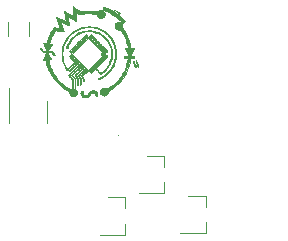
<source format=gbr>
%TF.GenerationSoftware,KiCad,Pcbnew,(5.1.6)-1*%
%TF.CreationDate,2020-10-15T17:46:37+08:00*%
%TF.ProjectId,Music_Player,4d757369-635f-4506-9c61-7965722e6b69,rev?*%
%TF.SameCoordinates,Original*%
%TF.FileFunction,Legend,Bot*%
%TF.FilePolarity,Positive*%
%FSLAX46Y46*%
G04 Gerber Fmt 4.6, Leading zero omitted, Abs format (unit mm)*
G04 Created by KiCad (PCBNEW (5.1.6)-1) date 2020-10-15 17:46:37*
%MOMM*%
%LPD*%
G01*
G04 APERTURE LIST*
%ADD10C,0.010000*%
%ADD11C,0.120000*%
%ADD12C,0.100000*%
G04 APERTURE END LIST*
D10*
%TO.C,G\u002A\u002A\u002A*%
G36*
X18230824Y-14500319D02*
G01*
X18204053Y-14518699D01*
X18184418Y-14543513D01*
X18181247Y-14550498D01*
X18178238Y-14578936D01*
X18186317Y-14609787D01*
X18203022Y-14635304D01*
X18210065Y-14641274D01*
X18236897Y-14651590D01*
X18269467Y-14653023D01*
X18299099Y-14645574D01*
X18306601Y-14641274D01*
X18325631Y-14619247D01*
X18336851Y-14589309D01*
X18337133Y-14580367D01*
X18299853Y-14580367D01*
X18287147Y-14604100D01*
X18286654Y-14604650D01*
X18266219Y-14618538D01*
X18244776Y-14615606D01*
X18231483Y-14606121D01*
X18217212Y-14584437D01*
X18217199Y-14562339D01*
X18229656Y-14544535D01*
X18252794Y-14535733D01*
X18258333Y-14535466D01*
X18283728Y-14541854D01*
X18298141Y-14558219D01*
X18299853Y-14580367D01*
X18337133Y-14580367D01*
X18337802Y-14559209D01*
X18335420Y-14550498D01*
X18318720Y-14524785D01*
X18293202Y-14504254D01*
X18265267Y-14493669D01*
X18258333Y-14493133D01*
X18230824Y-14500319D01*
G37*
X18230824Y-14500319D02*
X18204053Y-14518699D01*
X18184418Y-14543513D01*
X18181247Y-14550498D01*
X18178238Y-14578936D01*
X18186317Y-14609787D01*
X18203022Y-14635304D01*
X18210065Y-14641274D01*
X18236897Y-14651590D01*
X18269467Y-14653023D01*
X18299099Y-14645574D01*
X18306601Y-14641274D01*
X18325631Y-14619247D01*
X18336851Y-14589309D01*
X18337133Y-14580367D01*
X18299853Y-14580367D01*
X18287147Y-14604100D01*
X18286654Y-14604650D01*
X18266219Y-14618538D01*
X18244776Y-14615606D01*
X18231483Y-14606121D01*
X18217212Y-14584437D01*
X18217199Y-14562339D01*
X18229656Y-14544535D01*
X18252794Y-14535733D01*
X18258333Y-14535466D01*
X18283728Y-14541854D01*
X18298141Y-14558219D01*
X18299853Y-14580367D01*
X18337133Y-14580367D01*
X18337802Y-14559209D01*
X18335420Y-14550498D01*
X18318720Y-14524785D01*
X18293202Y-14504254D01*
X18265267Y-14493669D01*
X18258333Y-14493133D01*
X18230824Y-14500319D01*
G36*
X18419717Y-10619313D02*
G01*
X18415414Y-10628145D01*
X18407687Y-10649600D01*
X18397558Y-10680298D01*
X18386047Y-10716854D01*
X18374175Y-10755886D01*
X18362962Y-10794012D01*
X18353429Y-10827848D01*
X18346598Y-10854012D01*
X18343488Y-10869120D01*
X18343634Y-10871464D01*
X18352673Y-10874889D01*
X18374279Y-10882414D01*
X18404944Y-10892832D01*
X18431754Y-10901809D01*
X18637845Y-10978442D01*
X18843539Y-11070658D01*
X19046569Y-11177211D01*
X19244668Y-11296853D01*
X19435568Y-11428339D01*
X19553733Y-11518777D01*
X19597603Y-11555106D01*
X19648059Y-11599104D01*
X19702639Y-11648422D01*
X19758880Y-11700711D01*
X19814318Y-11753623D01*
X19866489Y-11804809D01*
X19912932Y-11851921D01*
X19951182Y-11892610D01*
X19977066Y-11922411D01*
X19996967Y-11945520D01*
X20013496Y-11962275D01*
X20023278Y-11969278D01*
X20023633Y-11969316D01*
X20032979Y-11964437D01*
X20053151Y-11950938D01*
X20081618Y-11930608D01*
X20115849Y-11905233D01*
X20135222Y-11890535D01*
X20238343Y-11811683D01*
X20205279Y-11771671D01*
X20142936Y-11700043D01*
X20069717Y-11622372D01*
X19988927Y-11541875D01*
X19903866Y-11461770D01*
X19817835Y-11385275D01*
X19752700Y-11330606D01*
X19726129Y-11308426D01*
X19705067Y-11289877D01*
X19692659Y-11277774D01*
X19690727Y-11275152D01*
X19694269Y-11265674D01*
X19706014Y-11246134D01*
X19723849Y-11219900D01*
X19735177Y-11204262D01*
X19755673Y-11175862D01*
X19771602Y-11152487D01*
X19776819Y-11143909D01*
X19717536Y-11143909D01*
X19714799Y-11155822D01*
X19703693Y-11175001D01*
X19687831Y-11197827D01*
X19651100Y-11248988D01*
X19625700Y-11230004D01*
X19609381Y-11218158D01*
X19582581Y-11199091D01*
X19548734Y-11175229D01*
X19511273Y-11149001D01*
X19502933Y-11143186D01*
X19460810Y-11114253D01*
X19417173Y-11084978D01*
X19377048Y-11058692D01*
X19345460Y-11038728D01*
X19344256Y-11037993D01*
X19316387Y-11020355D01*
X19295122Y-11005650D01*
X19283840Y-10996262D01*
X19282872Y-10994623D01*
X19287058Y-10984989D01*
X19298145Y-10965269D01*
X19313808Y-10939578D01*
X19315179Y-10937404D01*
X19347558Y-10886194D01*
X19524729Y-11005798D01*
X19573737Y-11038997D01*
X19618451Y-11069505D01*
X19656831Y-11095912D01*
X19686840Y-11116813D01*
X19706441Y-11130797D01*
X19713231Y-11136034D01*
X19717536Y-11143909D01*
X19776819Y-11143909D01*
X19780729Y-11137482D01*
X19782044Y-11134065D01*
X19775206Y-11127943D01*
X19755955Y-11113605D01*
X19725969Y-11092226D01*
X19686927Y-11064982D01*
X19640504Y-11033048D01*
X19588380Y-10997599D01*
X19558313Y-10977316D01*
X19334871Y-10826998D01*
X19289785Y-10898833D01*
X19270239Y-10929100D01*
X19253692Y-10953106D01*
X19242327Y-10967769D01*
X19238722Y-10970834D01*
X19228811Y-10966906D01*
X19209060Y-10956526D01*
X19187922Y-10944391D01*
X19153504Y-10925108D01*
X19106957Y-10900676D01*
X19051667Y-10872730D01*
X18991020Y-10842906D01*
X18928400Y-10812840D01*
X18867194Y-10784167D01*
X18810787Y-10758525D01*
X18762565Y-10737548D01*
X18744006Y-10729893D01*
X18698000Y-10711853D01*
X18648420Y-10693228D01*
X18597878Y-10674909D01*
X18548990Y-10657789D01*
X18504370Y-10642757D01*
X18466631Y-10630707D01*
X18438388Y-10622528D01*
X18422255Y-10619112D01*
X18419717Y-10619313D01*
G37*
X18419717Y-10619313D02*
X18415414Y-10628145D01*
X18407687Y-10649600D01*
X18397558Y-10680298D01*
X18386047Y-10716854D01*
X18374175Y-10755886D01*
X18362962Y-10794012D01*
X18353429Y-10827848D01*
X18346598Y-10854012D01*
X18343488Y-10869120D01*
X18343634Y-10871464D01*
X18352673Y-10874889D01*
X18374279Y-10882414D01*
X18404944Y-10892832D01*
X18431754Y-10901809D01*
X18637845Y-10978442D01*
X18843539Y-11070658D01*
X19046569Y-11177211D01*
X19244668Y-11296853D01*
X19435568Y-11428339D01*
X19553733Y-11518777D01*
X19597603Y-11555106D01*
X19648059Y-11599104D01*
X19702639Y-11648422D01*
X19758880Y-11700711D01*
X19814318Y-11753623D01*
X19866489Y-11804809D01*
X19912932Y-11851921D01*
X19951182Y-11892610D01*
X19977066Y-11922411D01*
X19996967Y-11945520D01*
X20013496Y-11962275D01*
X20023278Y-11969278D01*
X20023633Y-11969316D01*
X20032979Y-11964437D01*
X20053151Y-11950938D01*
X20081618Y-11930608D01*
X20115849Y-11905233D01*
X20135222Y-11890535D01*
X20238343Y-11811683D01*
X20205279Y-11771671D01*
X20142936Y-11700043D01*
X20069717Y-11622372D01*
X19988927Y-11541875D01*
X19903866Y-11461770D01*
X19817835Y-11385275D01*
X19752700Y-11330606D01*
X19726129Y-11308426D01*
X19705067Y-11289877D01*
X19692659Y-11277774D01*
X19690727Y-11275152D01*
X19694269Y-11265674D01*
X19706014Y-11246134D01*
X19723849Y-11219900D01*
X19735177Y-11204262D01*
X19755673Y-11175862D01*
X19771602Y-11152487D01*
X19776819Y-11143909D01*
X19717536Y-11143909D01*
X19714799Y-11155822D01*
X19703693Y-11175001D01*
X19687831Y-11197827D01*
X19651100Y-11248988D01*
X19625700Y-11230004D01*
X19609381Y-11218158D01*
X19582581Y-11199091D01*
X19548734Y-11175229D01*
X19511273Y-11149001D01*
X19502933Y-11143186D01*
X19460810Y-11114253D01*
X19417173Y-11084978D01*
X19377048Y-11058692D01*
X19345460Y-11038728D01*
X19344256Y-11037993D01*
X19316387Y-11020355D01*
X19295122Y-11005650D01*
X19283840Y-10996262D01*
X19282872Y-10994623D01*
X19287058Y-10984989D01*
X19298145Y-10965269D01*
X19313808Y-10939578D01*
X19315179Y-10937404D01*
X19347558Y-10886194D01*
X19524729Y-11005798D01*
X19573737Y-11038997D01*
X19618451Y-11069505D01*
X19656831Y-11095912D01*
X19686840Y-11116813D01*
X19706441Y-11130797D01*
X19713231Y-11136034D01*
X19717536Y-11143909D01*
X19776819Y-11143909D01*
X19780729Y-11137482D01*
X19782044Y-11134065D01*
X19775206Y-11127943D01*
X19755955Y-11113605D01*
X19725969Y-11092226D01*
X19686927Y-11064982D01*
X19640504Y-11033048D01*
X19588380Y-10997599D01*
X19558313Y-10977316D01*
X19334871Y-10826998D01*
X19289785Y-10898833D01*
X19270239Y-10929100D01*
X19253692Y-10953106D01*
X19242327Y-10967769D01*
X19238722Y-10970834D01*
X19228811Y-10966906D01*
X19209060Y-10956526D01*
X19187922Y-10944391D01*
X19153504Y-10925108D01*
X19106957Y-10900676D01*
X19051667Y-10872730D01*
X18991020Y-10842906D01*
X18928400Y-10812840D01*
X18867194Y-10784167D01*
X18810787Y-10758525D01*
X18762565Y-10737548D01*
X18744006Y-10729893D01*
X18698000Y-10711853D01*
X18648420Y-10693228D01*
X18597878Y-10674909D01*
X18548990Y-10657789D01*
X18504370Y-10642757D01*
X18466631Y-10630707D01*
X18438388Y-10622528D01*
X18422255Y-10619112D01*
X18419717Y-10619313D01*
G36*
X16833950Y-12992452D02*
G01*
X16781129Y-13045273D01*
X16874003Y-13138437D01*
X16906163Y-13170412D01*
X16934102Y-13197653D01*
X16955672Y-13218108D01*
X16968722Y-13229722D01*
X16971520Y-13231600D01*
X16979185Y-13225989D01*
X16995595Y-13211032D01*
X17017712Y-13189542D01*
X17026542Y-13180690D01*
X17076920Y-13129781D01*
X16886771Y-12939632D01*
X16833950Y-12992452D01*
G37*
X16833950Y-12992452D02*
X16781129Y-13045273D01*
X16874003Y-13138437D01*
X16906163Y-13170412D01*
X16934102Y-13197653D01*
X16955672Y-13218108D01*
X16968722Y-13229722D01*
X16971520Y-13231600D01*
X16979185Y-13225989D01*
X16995595Y-13211032D01*
X17017712Y-13189542D01*
X17026542Y-13180690D01*
X17076920Y-13129781D01*
X16886771Y-12939632D01*
X16833950Y-12992452D01*
G36*
X17162032Y-13129962D02*
G01*
X17212877Y-13180808D01*
X17263723Y-13231653D01*
X17454133Y-13040701D01*
X17352181Y-12939813D01*
X17162032Y-13129962D01*
G37*
X17162032Y-13129962D02*
X17212877Y-13180808D01*
X17263723Y-13231653D01*
X17454133Y-13040701D01*
X17352181Y-12939813D01*
X17162032Y-13129962D01*
G36*
X16690017Y-13136386D02*
G01*
X16637196Y-13189207D01*
X16730070Y-13282370D01*
X16762229Y-13314345D01*
X16790169Y-13341587D01*
X16811738Y-13362041D01*
X16824789Y-13373656D01*
X16827587Y-13375533D01*
X16835252Y-13369923D01*
X16851662Y-13354966D01*
X16873778Y-13333475D01*
X16882608Y-13324624D01*
X16932987Y-13273714D01*
X16837912Y-13178639D01*
X16742837Y-13083565D01*
X16690017Y-13136386D01*
G37*
X16690017Y-13136386D02*
X16637196Y-13189207D01*
X16730070Y-13282370D01*
X16762229Y-13314345D01*
X16790169Y-13341587D01*
X16811738Y-13362041D01*
X16824789Y-13373656D01*
X16827587Y-13375533D01*
X16835252Y-13369923D01*
X16851662Y-13354966D01*
X16873778Y-13333475D01*
X16882608Y-13324624D01*
X16932987Y-13273714D01*
X16837912Y-13178639D01*
X16742837Y-13083565D01*
X16690017Y-13136386D01*
G36*
X17401039Y-13178821D02*
G01*
X17305965Y-13273896D01*
X17407656Y-13375587D01*
X17598066Y-13184635D01*
X17547090Y-13134191D01*
X17496114Y-13083746D01*
X17401039Y-13178821D01*
G37*
X17401039Y-13178821D02*
X17305965Y-13273896D01*
X17407656Y-13375587D01*
X17598066Y-13184635D01*
X17547090Y-13134191D01*
X17496114Y-13083746D01*
X17401039Y-13178821D01*
G36*
X16493262Y-13333140D02*
G01*
X16586137Y-13426303D01*
X16618296Y-13458278D01*
X16646235Y-13485520D01*
X16667805Y-13505975D01*
X16680855Y-13517589D01*
X16683654Y-13519467D01*
X16691318Y-13513856D01*
X16707729Y-13498899D01*
X16729845Y-13477408D01*
X16738675Y-13468557D01*
X16789053Y-13417647D01*
X16598904Y-13227498D01*
X16493262Y-13333140D01*
G37*
X16493262Y-13333140D02*
X16586137Y-13426303D01*
X16618296Y-13458278D01*
X16646235Y-13485520D01*
X16667805Y-13505975D01*
X16680855Y-13517589D01*
X16683654Y-13519467D01*
X16691318Y-13513856D01*
X16707729Y-13498899D01*
X16729845Y-13477408D01*
X16738675Y-13468557D01*
X16789053Y-13417647D01*
X16598904Y-13227498D01*
X16493262Y-13333140D01*
G36*
X17449898Y-13417829D02*
G01*
X17500744Y-13468674D01*
X17551589Y-13519520D01*
X17646794Y-13424044D01*
X17742000Y-13328568D01*
X17691023Y-13278124D01*
X17640047Y-13227680D01*
X17449898Y-13417829D01*
G37*
X17449898Y-13417829D02*
X17500744Y-13468674D01*
X17551589Y-13519520D01*
X17646794Y-13424044D01*
X17742000Y-13328568D01*
X17691023Y-13278124D01*
X17640047Y-13227680D01*
X17449898Y-13417829D01*
G36*
X16402150Y-13424252D02*
G01*
X16349329Y-13477073D01*
X16442203Y-13570237D01*
X16474363Y-13602212D01*
X16502302Y-13629453D01*
X16523872Y-13649908D01*
X16536922Y-13661522D01*
X16539720Y-13663400D01*
X16547385Y-13657789D01*
X16563795Y-13642832D01*
X16585912Y-13621342D01*
X16594742Y-13612490D01*
X16645120Y-13561581D01*
X16454971Y-13371432D01*
X16402150Y-13424252D01*
G37*
X16402150Y-13424252D02*
X16349329Y-13477073D01*
X16442203Y-13570237D01*
X16474363Y-13602212D01*
X16502302Y-13629453D01*
X16523872Y-13649908D01*
X16536922Y-13661522D01*
X16539720Y-13663400D01*
X16547385Y-13657789D01*
X16563795Y-13642832D01*
X16585912Y-13621342D01*
X16594742Y-13612490D01*
X16645120Y-13561581D01*
X16454971Y-13371432D01*
X16402150Y-13424252D01*
G36*
X17593832Y-13561762D02*
G01*
X17644677Y-13612608D01*
X17695523Y-13663453D01*
X17885933Y-13472501D01*
X17783981Y-13371613D01*
X17593832Y-13561762D01*
G37*
X17593832Y-13561762D02*
X17644677Y-13612608D01*
X17695523Y-13663453D01*
X17885933Y-13472501D01*
X17783981Y-13371613D01*
X17593832Y-13561762D01*
G36*
X16209346Y-13617056D02*
G01*
X16400298Y-13807466D01*
X16450742Y-13756490D01*
X16501187Y-13705514D01*
X16406112Y-13610439D01*
X16311037Y-13515365D01*
X16209346Y-13617056D01*
G37*
X16209346Y-13617056D02*
X16400298Y-13807466D01*
X16450742Y-13756490D01*
X16501187Y-13705514D01*
X16406112Y-13610439D01*
X16311037Y-13515365D01*
X16209346Y-13617056D01*
G36*
X17832839Y-13610621D02*
G01*
X17737765Y-13705696D01*
X17839456Y-13807387D01*
X18029866Y-13616435D01*
X17978890Y-13565991D01*
X17927914Y-13515546D01*
X17832839Y-13610621D01*
G37*
X17832839Y-13610621D02*
X17737765Y-13705696D01*
X17839456Y-13807387D01*
X18029866Y-13616435D01*
X17978890Y-13565991D01*
X17927914Y-13515546D01*
X17832839Y-13610621D01*
G36*
X16116259Y-13710144D02*
G01*
X16065413Y-13760989D01*
X16160889Y-13856194D01*
X16256365Y-13951400D01*
X16306809Y-13900423D01*
X16357253Y-13849447D01*
X16167104Y-13659298D01*
X16116259Y-13710144D01*
G37*
X16116259Y-13710144D02*
X16065413Y-13760989D01*
X16160889Y-13856194D01*
X16256365Y-13951400D01*
X16306809Y-13900423D01*
X16357253Y-13849447D01*
X16167104Y-13659298D01*
X16116259Y-13710144D01*
G36*
X17881698Y-13849629D02*
G01*
X17932544Y-13900474D01*
X17983389Y-13951320D01*
X18078594Y-13855844D01*
X18173800Y-13760368D01*
X18122823Y-13709924D01*
X18071847Y-13659480D01*
X17881698Y-13849629D01*
G37*
X17881698Y-13849629D02*
X17932544Y-13900474D01*
X17983389Y-13951320D01*
X18078594Y-13855844D01*
X18173800Y-13760368D01*
X18122823Y-13709924D01*
X18071847Y-13659480D01*
X17881698Y-13849629D01*
G36*
X15972325Y-13854077D02*
G01*
X15921480Y-13904923D01*
X16112432Y-14095333D01*
X16213320Y-13993381D01*
X16023171Y-13803232D01*
X15972325Y-13854077D01*
G37*
X15972325Y-13854077D02*
X15921480Y-13904923D01*
X16112432Y-14095333D01*
X16213320Y-13993381D01*
X16023171Y-13803232D01*
X15972325Y-13854077D01*
G36*
X18025632Y-13993562D02*
G01*
X18076477Y-14044408D01*
X18127323Y-14095253D01*
X18317733Y-13904301D01*
X18215781Y-13803413D01*
X18025632Y-13993562D01*
G37*
X18025632Y-13993562D02*
X18076477Y-14044408D01*
X18127323Y-14095253D01*
X18317733Y-13904301D01*
X18215781Y-13803413D01*
X18025632Y-13993562D01*
G36*
X15777546Y-14048856D02*
G01*
X15968498Y-14239266D01*
X16018942Y-14188290D01*
X16069387Y-14137314D01*
X15974312Y-14042239D01*
X15879237Y-13947165D01*
X15777546Y-14048856D01*
G37*
X15777546Y-14048856D02*
X15968498Y-14239266D01*
X16018942Y-14188290D01*
X16069387Y-14137314D01*
X15974312Y-14042239D01*
X15879237Y-13947165D01*
X15777546Y-14048856D01*
G36*
X18346699Y-13956976D02*
G01*
X18328552Y-13972709D01*
X18303124Y-13996378D01*
X18272689Y-14025892D01*
X18256019Y-14042475D01*
X18165093Y-14133683D01*
X18218249Y-14186367D01*
X18271405Y-14239050D01*
X18362236Y-14147937D01*
X18393810Y-14115724D01*
X18420614Y-14087348D01*
X18440562Y-14065099D01*
X18451568Y-14051267D01*
X18453066Y-14048206D01*
X18447289Y-14038108D01*
X18432464Y-14020667D01*
X18412356Y-13999616D01*
X18390728Y-13978685D01*
X18371345Y-13961606D01*
X18357969Y-13952111D01*
X18355289Y-13951266D01*
X18346699Y-13956976D01*
G37*
X18346699Y-13956976D02*
X18328552Y-13972709D01*
X18303124Y-13996378D01*
X18272689Y-14025892D01*
X18256019Y-14042475D01*
X18165093Y-14133683D01*
X18218249Y-14186367D01*
X18271405Y-14239050D01*
X18362236Y-14147937D01*
X18393810Y-14115724D01*
X18420614Y-14087348D01*
X18440562Y-14065099D01*
X18451568Y-14051267D01*
X18453066Y-14048206D01*
X18447289Y-14038108D01*
X18432464Y-14020667D01*
X18412356Y-13999616D01*
X18390728Y-13978685D01*
X18371345Y-13961606D01*
X18357969Y-13952111D01*
X18355289Y-13951266D01*
X18346699Y-13956976D01*
G36*
X15684459Y-14141944D02*
G01*
X15633613Y-14192789D01*
X15729089Y-14287994D01*
X15824565Y-14383200D01*
X15875009Y-14332223D01*
X15925453Y-14281247D01*
X15735304Y-14091098D01*
X15684459Y-14141944D01*
G37*
X15684459Y-14141944D02*
X15633613Y-14192789D01*
X15729089Y-14287994D01*
X15824565Y-14383200D01*
X15875009Y-14332223D01*
X15925453Y-14281247D01*
X15735304Y-14091098D01*
X15684459Y-14141944D01*
G36*
X18490632Y-14100909D02*
G01*
X18472486Y-14116643D01*
X18447058Y-14140312D01*
X18416623Y-14169826D01*
X18399952Y-14186408D01*
X18309027Y-14277617D01*
X18362182Y-14330300D01*
X18415338Y-14382983D01*
X18506169Y-14291870D01*
X18537744Y-14259657D01*
X18564548Y-14231281D01*
X18584496Y-14209032D01*
X18595502Y-14195200D01*
X18597000Y-14192139D01*
X18591222Y-14182041D01*
X18576397Y-14164601D01*
X18556289Y-14143549D01*
X18534661Y-14122619D01*
X18515278Y-14105540D01*
X18501903Y-14096044D01*
X18499223Y-14095200D01*
X18490632Y-14100909D01*
G37*
X18490632Y-14100909D02*
X18472486Y-14116643D01*
X18447058Y-14140312D01*
X18416623Y-14169826D01*
X18399952Y-14186408D01*
X18309027Y-14277617D01*
X18362182Y-14330300D01*
X18415338Y-14382983D01*
X18506169Y-14291870D01*
X18537744Y-14259657D01*
X18564548Y-14231281D01*
X18584496Y-14209032D01*
X18595502Y-14195200D01*
X18597000Y-14192139D01*
X18591222Y-14182041D01*
X18576397Y-14164601D01*
X18556289Y-14143549D01*
X18534661Y-14122619D01*
X18515278Y-14105540D01*
X18501903Y-14096044D01*
X18499223Y-14095200D01*
X18490632Y-14100909D01*
G36*
X15540525Y-14285877D02*
G01*
X15489680Y-14336723D01*
X15680632Y-14527133D01*
X15781520Y-14425181D01*
X15591371Y-14235032D01*
X15540525Y-14285877D01*
G37*
X15540525Y-14285877D02*
X15489680Y-14336723D01*
X15680632Y-14527133D01*
X15781520Y-14425181D01*
X15591371Y-14235032D01*
X15540525Y-14285877D01*
G36*
X18634566Y-14244842D02*
G01*
X18616419Y-14260576D01*
X18590991Y-14284245D01*
X18560556Y-14313759D01*
X18543885Y-14330342D01*
X18452960Y-14421550D01*
X18506116Y-14474233D01*
X18559272Y-14526917D01*
X18650102Y-14435803D01*
X18681677Y-14403590D01*
X18708481Y-14375214D01*
X18728429Y-14352965D01*
X18739435Y-14339133D01*
X18740933Y-14336072D01*
X18735155Y-14325974D01*
X18720330Y-14308534D01*
X18700222Y-14287483D01*
X18678595Y-14266552D01*
X18659212Y-14249473D01*
X18645836Y-14239977D01*
X18643156Y-14239133D01*
X18634566Y-14244842D01*
G37*
X18634566Y-14244842D02*
X18616419Y-14260576D01*
X18590991Y-14284245D01*
X18560556Y-14313759D01*
X18543885Y-14330342D01*
X18452960Y-14421550D01*
X18506116Y-14474233D01*
X18559272Y-14526917D01*
X18650102Y-14435803D01*
X18681677Y-14403590D01*
X18708481Y-14375214D01*
X18728429Y-14352965D01*
X18739435Y-14339133D01*
X18740933Y-14336072D01*
X18735155Y-14325974D01*
X18720330Y-14308534D01*
X18700222Y-14287483D01*
X18678595Y-14266552D01*
X18659212Y-14249473D01*
X18645836Y-14239977D01*
X18643156Y-14239133D01*
X18634566Y-14244842D01*
G36*
X15585236Y-14706659D02*
G01*
X15489840Y-14801784D01*
X15538205Y-14850658D01*
X15561155Y-14873312D01*
X15579469Y-14890390D01*
X15590034Y-14899021D01*
X15591213Y-14899533D01*
X15598476Y-14893846D01*
X15615477Y-14878155D01*
X15640064Y-14854514D01*
X15670087Y-14824978D01*
X15688639Y-14806461D01*
X15781423Y-14713388D01*
X15731027Y-14662461D01*
X15680632Y-14611533D01*
X15585236Y-14706659D01*
G37*
X15585236Y-14706659D02*
X15489840Y-14801784D01*
X15538205Y-14850658D01*
X15561155Y-14873312D01*
X15579469Y-14890390D01*
X15590034Y-14899021D01*
X15591213Y-14899533D01*
X15598476Y-14893846D01*
X15615477Y-14878155D01*
X15640064Y-14854514D01*
X15670087Y-14824978D01*
X15688639Y-14806461D01*
X15781423Y-14713388D01*
X15731027Y-14662461D01*
X15680632Y-14611533D01*
X15585236Y-14706659D01*
G36*
X18453150Y-14717872D02*
G01*
X18544263Y-14808702D01*
X18576476Y-14840277D01*
X18604852Y-14867081D01*
X18627101Y-14887029D01*
X18640933Y-14898035D01*
X18643994Y-14899533D01*
X18653747Y-14893888D01*
X18671521Y-14878991D01*
X18693708Y-14857899D01*
X18696772Y-14854817D01*
X18718180Y-14832087D01*
X18733871Y-14813419D01*
X18740828Y-14802440D01*
X18740933Y-14801756D01*
X18735224Y-14793166D01*
X18719490Y-14775019D01*
X18695821Y-14749591D01*
X18666307Y-14719156D01*
X18649725Y-14702485D01*
X18558516Y-14611560D01*
X18453150Y-14717872D01*
G37*
X18453150Y-14717872D02*
X18544263Y-14808702D01*
X18576476Y-14840277D01*
X18604852Y-14867081D01*
X18627101Y-14887029D01*
X18640933Y-14898035D01*
X18643994Y-14899533D01*
X18653747Y-14893888D01*
X18671521Y-14878991D01*
X18693708Y-14857899D01*
X18696772Y-14854817D01*
X18718180Y-14832087D01*
X18733871Y-14813419D01*
X18740828Y-14802440D01*
X18740933Y-14801756D01*
X18735224Y-14793166D01*
X18719490Y-14775019D01*
X18695821Y-14749591D01*
X18666307Y-14719156D01*
X18649725Y-14702485D01*
X18558516Y-14611560D01*
X18453150Y-14717872D01*
G36*
X15633773Y-14945717D02*
G01*
X15682138Y-14994592D01*
X15705088Y-15017245D01*
X15723403Y-15034324D01*
X15733968Y-15042954D01*
X15735146Y-15043467D01*
X15742409Y-15037779D01*
X15759410Y-15022088D01*
X15783997Y-14998447D01*
X15814020Y-14968911D01*
X15832573Y-14950394D01*
X15925357Y-14857321D01*
X15824565Y-14755467D01*
X15633773Y-14945717D01*
G37*
X15633773Y-14945717D02*
X15682138Y-14994592D01*
X15705088Y-15017245D01*
X15723403Y-15034324D01*
X15733968Y-15042954D01*
X15735146Y-15043467D01*
X15742409Y-15037779D01*
X15759410Y-15022088D01*
X15783997Y-14998447D01*
X15814020Y-14968911D01*
X15832573Y-14950394D01*
X15925357Y-14857321D01*
X15824565Y-14755467D01*
X15633773Y-14945717D01*
G36*
X18361900Y-14808649D02*
G01*
X18309216Y-14861805D01*
X18400330Y-14952636D01*
X18432543Y-14984210D01*
X18460919Y-15011014D01*
X18483168Y-15030962D01*
X18497000Y-15041968D01*
X18500061Y-15043467D01*
X18509814Y-15037822D01*
X18527588Y-15022925D01*
X18549775Y-15001832D01*
X18552839Y-14998750D01*
X18574247Y-14976020D01*
X18589938Y-14957353D01*
X18596894Y-14946374D01*
X18597000Y-14945689D01*
X18591291Y-14937099D01*
X18575557Y-14918952D01*
X18551888Y-14893524D01*
X18522374Y-14863089D01*
X18505791Y-14846419D01*
X18414583Y-14755493D01*
X18361900Y-14808649D01*
G37*
X18361900Y-14808649D02*
X18309216Y-14861805D01*
X18400330Y-14952636D01*
X18432543Y-14984210D01*
X18460919Y-15011014D01*
X18483168Y-15030962D01*
X18497000Y-15041968D01*
X18500061Y-15043467D01*
X18509814Y-15037822D01*
X18527588Y-15022925D01*
X18549775Y-15001832D01*
X18552839Y-14998750D01*
X18574247Y-14976020D01*
X18589938Y-14957353D01*
X18596894Y-14946374D01*
X18597000Y-14945689D01*
X18591291Y-14937099D01*
X18575557Y-14918952D01*
X18551888Y-14893524D01*
X18522374Y-14863089D01*
X18505791Y-14846419D01*
X18414583Y-14755493D01*
X18361900Y-14808649D01*
G36*
X15873103Y-14994525D02*
G01*
X15777707Y-15089650D01*
X15826072Y-15138525D01*
X15849021Y-15161179D01*
X15867336Y-15178257D01*
X15877901Y-15186887D01*
X15879079Y-15187400D01*
X15886343Y-15181713D01*
X15903343Y-15166021D01*
X15927931Y-15142380D01*
X15957953Y-15112844D01*
X15976506Y-15094327D01*
X16069290Y-15001255D01*
X16018894Y-14950327D01*
X15968498Y-14899400D01*
X15873103Y-14994525D01*
G37*
X15873103Y-14994525D02*
X15777707Y-15089650D01*
X15826072Y-15138525D01*
X15849021Y-15161179D01*
X15867336Y-15178257D01*
X15877901Y-15186887D01*
X15879079Y-15187400D01*
X15886343Y-15181713D01*
X15903343Y-15166021D01*
X15927931Y-15142380D01*
X15957953Y-15112844D01*
X15976506Y-15094327D01*
X16069290Y-15001255D01*
X16018894Y-14950327D01*
X15968498Y-14899400D01*
X15873103Y-14994525D01*
G36*
X18217966Y-14952582D02*
G01*
X18165283Y-15005738D01*
X18256396Y-15096569D01*
X18288609Y-15128144D01*
X18316985Y-15154948D01*
X18339234Y-15174896D01*
X18353066Y-15185902D01*
X18356127Y-15187400D01*
X18365881Y-15181755D01*
X18383655Y-15166858D01*
X18405842Y-15145766D01*
X18408906Y-15142684D01*
X18430314Y-15119953D01*
X18446004Y-15101286D01*
X18452961Y-15090307D01*
X18453066Y-15089623D01*
X18447357Y-15081032D01*
X18431624Y-15062886D01*
X18407955Y-15037458D01*
X18378441Y-15007023D01*
X18361858Y-14990352D01*
X18270650Y-14899427D01*
X18217966Y-14952582D01*
G37*
X18217966Y-14952582D02*
X18165283Y-15005738D01*
X18256396Y-15096569D01*
X18288609Y-15128144D01*
X18316985Y-15154948D01*
X18339234Y-15174896D01*
X18353066Y-15185902D01*
X18356127Y-15187400D01*
X18365881Y-15181755D01*
X18383655Y-15166858D01*
X18405842Y-15145766D01*
X18408906Y-15142684D01*
X18430314Y-15119953D01*
X18446004Y-15101286D01*
X18452961Y-15090307D01*
X18453066Y-15089623D01*
X18447357Y-15081032D01*
X18431624Y-15062886D01*
X18407955Y-15037458D01*
X18378441Y-15007023D01*
X18361858Y-14990352D01*
X18270650Y-14899427D01*
X18217966Y-14952582D01*
G36*
X18078611Y-15091935D02*
G01*
X18055865Y-15115437D01*
X18038758Y-15135003D01*
X18030201Y-15147242D01*
X18029733Y-15148890D01*
X18035480Y-15157999D01*
X18050970Y-15176037D01*
X18073575Y-15200373D01*
X18100667Y-15228375D01*
X18129618Y-15257411D01*
X18157802Y-15284851D01*
X18182590Y-15308061D01*
X18201354Y-15324412D01*
X18211467Y-15331271D01*
X18211904Y-15331333D01*
X18221803Y-15325684D01*
X18239690Y-15310778D01*
X18261933Y-15289674D01*
X18264972Y-15286617D01*
X18286374Y-15263930D01*
X18302063Y-15245360D01*
X18309026Y-15234510D01*
X18309133Y-15233839D01*
X18303444Y-15225330D01*
X18287764Y-15207223D01*
X18264179Y-15181793D01*
X18234771Y-15151316D01*
X18218311Y-15134672D01*
X18127489Y-15043567D01*
X18078611Y-15091935D01*
G37*
X18078611Y-15091935D02*
X18055865Y-15115437D01*
X18038758Y-15135003D01*
X18030201Y-15147242D01*
X18029733Y-15148890D01*
X18035480Y-15157999D01*
X18050970Y-15176037D01*
X18073575Y-15200373D01*
X18100667Y-15228375D01*
X18129618Y-15257411D01*
X18157802Y-15284851D01*
X18182590Y-15308061D01*
X18201354Y-15324412D01*
X18211467Y-15331271D01*
X18211904Y-15331333D01*
X18221803Y-15325684D01*
X18239690Y-15310778D01*
X18261933Y-15289674D01*
X18264972Y-15286617D01*
X18286374Y-15263930D01*
X18302063Y-15245360D01*
X18309026Y-15234510D01*
X18309133Y-15233839D01*
X18303444Y-15225330D01*
X18287764Y-15207223D01*
X18264179Y-15181793D01*
X18234771Y-15151316D01*
X18218311Y-15134672D01*
X18127489Y-15043567D01*
X18078611Y-15091935D01*
G36*
X17881976Y-15289121D02*
G01*
X17974760Y-15382194D01*
X18006904Y-15414152D01*
X18034826Y-15441377D01*
X18056377Y-15461812D01*
X18069406Y-15473404D01*
X18072187Y-15475267D01*
X18079884Y-15469663D01*
X18096246Y-15454768D01*
X18118157Y-15433454D01*
X18125195Y-15426392D01*
X18173560Y-15377517D01*
X17982768Y-15187267D01*
X17881976Y-15289121D01*
G37*
X17881976Y-15289121D02*
X17974760Y-15382194D01*
X18006904Y-15414152D01*
X18034826Y-15441377D01*
X18056377Y-15461812D01*
X18069406Y-15473404D01*
X18072187Y-15475267D01*
X18079884Y-15469663D01*
X18096246Y-15454768D01*
X18118157Y-15433454D01*
X18125195Y-15426392D01*
X18173560Y-15377517D01*
X17982768Y-15187267D01*
X17881976Y-15289121D01*
G36*
X17788439Y-15382127D02*
G01*
X17738043Y-15433055D01*
X17830827Y-15526127D01*
X17862970Y-15558086D01*
X17890893Y-15585310D01*
X17912444Y-15605745D01*
X17925473Y-15617337D01*
X17928254Y-15619200D01*
X17935951Y-15613597D01*
X17952312Y-15598702D01*
X17974224Y-15577388D01*
X17981261Y-15570325D01*
X18029626Y-15521450D01*
X17934230Y-15426325D01*
X17838835Y-15331200D01*
X17788439Y-15382127D01*
G37*
X17788439Y-15382127D02*
X17738043Y-15433055D01*
X17830827Y-15526127D01*
X17862970Y-15558086D01*
X17890893Y-15585310D01*
X17912444Y-15605745D01*
X17925473Y-15617337D01*
X17928254Y-15619200D01*
X17935951Y-15613597D01*
X17952312Y-15598702D01*
X17974224Y-15577388D01*
X17981261Y-15570325D01*
X18029626Y-15521450D01*
X17934230Y-15426325D01*
X17838835Y-15331200D01*
X17788439Y-15382127D01*
G36*
X21138920Y-15131817D02*
G01*
X21128656Y-15136534D01*
X21123830Y-15140272D01*
X21121585Y-15146519D01*
X21122523Y-15157326D01*
X21127244Y-15174746D01*
X21136349Y-15200828D01*
X21150440Y-15237623D01*
X21170116Y-15287184D01*
X21180013Y-15311858D01*
X21199890Y-15361647D01*
X21217427Y-15406158D01*
X21231695Y-15442987D01*
X21241767Y-15469733D01*
X21246716Y-15483993D01*
X21247067Y-15485559D01*
X21239945Y-15492510D01*
X21221993Y-15502103D01*
X21212369Y-15506220D01*
X21177672Y-15520103D01*
X21205783Y-15542135D01*
X21226095Y-15558050D01*
X21254253Y-15580105D01*
X21284769Y-15604003D01*
X21290249Y-15608294D01*
X21346605Y-15652421D01*
X21351442Y-15620994D01*
X21354373Y-15597742D01*
X21357861Y-15563925D01*
X21361265Y-15525871D01*
X21362084Y-15515714D01*
X21367891Y-15441862D01*
X21332788Y-15455651D01*
X21311173Y-15463242D01*
X21297335Y-15466407D01*
X21295098Y-15466003D01*
X21291370Y-15457449D01*
X21282412Y-15435482D01*
X21269168Y-15402457D01*
X21252581Y-15360730D01*
X21233592Y-15312655D01*
X21226783Y-15295350D01*
X21206949Y-15245847D01*
X21188727Y-15202162D01*
X21173137Y-15166598D01*
X21161199Y-15141458D01*
X21153934Y-15129045D01*
X21152704Y-15128133D01*
X21138920Y-15131817D01*
G37*
X21138920Y-15131817D02*
X21128656Y-15136534D01*
X21123830Y-15140272D01*
X21121585Y-15146519D01*
X21122523Y-15157326D01*
X21127244Y-15174746D01*
X21136349Y-15200828D01*
X21150440Y-15237623D01*
X21170116Y-15287184D01*
X21180013Y-15311858D01*
X21199890Y-15361647D01*
X21217427Y-15406158D01*
X21231695Y-15442987D01*
X21241767Y-15469733D01*
X21246716Y-15483993D01*
X21247067Y-15485559D01*
X21239945Y-15492510D01*
X21221993Y-15502103D01*
X21212369Y-15506220D01*
X21177672Y-15520103D01*
X21205783Y-15542135D01*
X21226095Y-15558050D01*
X21254253Y-15580105D01*
X21284769Y-15604003D01*
X21290249Y-15608294D01*
X21346605Y-15652421D01*
X21351442Y-15620994D01*
X21354373Y-15597742D01*
X21357861Y-15563925D01*
X21361265Y-15525871D01*
X21362084Y-15515714D01*
X21367891Y-15441862D01*
X21332788Y-15455651D01*
X21311173Y-15463242D01*
X21297335Y-15466407D01*
X21295098Y-15466003D01*
X21291370Y-15457449D01*
X21282412Y-15435482D01*
X21269168Y-15402457D01*
X21252581Y-15360730D01*
X21233592Y-15312655D01*
X21226783Y-15295350D01*
X21206949Y-15245847D01*
X21188727Y-15202162D01*
X21173137Y-15166598D01*
X21161199Y-15141458D01*
X21153934Y-15129045D01*
X21152704Y-15128133D01*
X21138920Y-15131817D01*
G36*
X20923244Y-15219939D02*
G01*
X20910623Y-15227942D01*
X20908400Y-15233059D01*
X20911428Y-15243604D01*
X20919873Y-15267303D01*
X20932781Y-15301624D01*
X20949196Y-15344033D01*
X20968161Y-15391997D01*
X20971900Y-15401345D01*
X20991221Y-15449971D01*
X21008173Y-15493420D01*
X21021804Y-15529182D01*
X21031160Y-15554748D01*
X21035286Y-15567609D01*
X21035400Y-15568409D01*
X21028261Y-15576525D01*
X21010319Y-15586742D01*
X21001494Y-15590570D01*
X20967589Y-15604136D01*
X21045944Y-15666288D01*
X21081389Y-15694204D01*
X21105952Y-15712809D01*
X21121895Y-15723467D01*
X21131481Y-15727542D01*
X21136971Y-15726400D01*
X21139776Y-15722917D01*
X21141984Y-15712195D01*
X21144805Y-15688636D01*
X21147790Y-15656302D01*
X21149348Y-15636133D01*
X21152317Y-15599407D01*
X21155448Y-15567946D01*
X21158253Y-15546387D01*
X21159401Y-15540700D01*
X21160874Y-15531941D01*
X21155899Y-15530053D01*
X21140799Y-15534918D01*
X21128609Y-15539724D01*
X21105370Y-15546911D01*
X21089696Y-15547747D01*
X21086909Y-15546257D01*
X21081882Y-15536387D01*
X21071766Y-15513262D01*
X21057614Y-15479404D01*
X21040479Y-15437340D01*
X21021413Y-15389593D01*
X21018467Y-15382133D01*
X20999294Y-15333879D01*
X20982012Y-15291037D01*
X20967646Y-15256101D01*
X20957226Y-15231564D01*
X20951777Y-15219919D01*
X20951442Y-15219427D01*
X20939692Y-15216201D01*
X20923244Y-15219939D01*
G37*
X20923244Y-15219939D02*
X20910623Y-15227942D01*
X20908400Y-15233059D01*
X20911428Y-15243604D01*
X20919873Y-15267303D01*
X20932781Y-15301624D01*
X20949196Y-15344033D01*
X20968161Y-15391997D01*
X20971900Y-15401345D01*
X20991221Y-15449971D01*
X21008173Y-15493420D01*
X21021804Y-15529182D01*
X21031160Y-15554748D01*
X21035286Y-15567609D01*
X21035400Y-15568409D01*
X21028261Y-15576525D01*
X21010319Y-15586742D01*
X21001494Y-15590570D01*
X20967589Y-15604136D01*
X21045944Y-15666288D01*
X21081389Y-15694204D01*
X21105952Y-15712809D01*
X21121895Y-15723467D01*
X21131481Y-15727542D01*
X21136971Y-15726400D01*
X21139776Y-15722917D01*
X21141984Y-15712195D01*
X21144805Y-15688636D01*
X21147790Y-15656302D01*
X21149348Y-15636133D01*
X21152317Y-15599407D01*
X21155448Y-15567946D01*
X21158253Y-15546387D01*
X21159401Y-15540700D01*
X21160874Y-15531941D01*
X21155899Y-15530053D01*
X21140799Y-15534918D01*
X21128609Y-15539724D01*
X21105370Y-15546911D01*
X21089696Y-15547747D01*
X21086909Y-15546257D01*
X21081882Y-15536387D01*
X21071766Y-15513262D01*
X21057614Y-15479404D01*
X21040479Y-15437340D01*
X21021413Y-15389593D01*
X21018467Y-15382133D01*
X20999294Y-15333879D01*
X20982012Y-15291037D01*
X20967646Y-15256101D01*
X20957226Y-15231564D01*
X20951777Y-15219919D01*
X20951442Y-15219427D01*
X20939692Y-15216201D01*
X20923244Y-15219939D01*
G36*
X17644506Y-15526061D02*
G01*
X17594110Y-15576988D01*
X17686894Y-15670061D01*
X17719037Y-15702019D01*
X17746959Y-15729243D01*
X17768511Y-15749679D01*
X17781540Y-15761270D01*
X17784320Y-15763133D01*
X17792017Y-15757530D01*
X17808379Y-15742635D01*
X17830290Y-15721321D01*
X17837328Y-15714258D01*
X17885693Y-15665384D01*
X17790297Y-15570259D01*
X17694901Y-15475133D01*
X17644506Y-15526061D01*
G37*
X17644506Y-15526061D02*
X17594110Y-15576988D01*
X17686894Y-15670061D01*
X17719037Y-15702019D01*
X17746959Y-15729243D01*
X17768511Y-15749679D01*
X17781540Y-15761270D01*
X17784320Y-15763133D01*
X17792017Y-15757530D01*
X17808379Y-15742635D01*
X17830290Y-15721321D01*
X17837328Y-15714258D01*
X17885693Y-15665384D01*
X17790297Y-15570259D01*
X17694901Y-15475133D01*
X17644506Y-15526061D01*
G36*
X17450176Y-15720921D02*
G01*
X17542960Y-15813994D01*
X17575104Y-15845952D01*
X17603026Y-15873177D01*
X17624577Y-15893612D01*
X17637606Y-15905204D01*
X17640387Y-15907067D01*
X17648084Y-15901463D01*
X17664446Y-15886568D01*
X17686357Y-15865254D01*
X17693395Y-15858192D01*
X17741760Y-15809317D01*
X17550968Y-15619067D01*
X17450176Y-15720921D01*
G37*
X17450176Y-15720921D02*
X17542960Y-15813994D01*
X17575104Y-15845952D01*
X17603026Y-15873177D01*
X17624577Y-15893612D01*
X17637606Y-15905204D01*
X17640387Y-15907067D01*
X17648084Y-15901463D01*
X17664446Y-15886568D01*
X17686357Y-15865254D01*
X17693395Y-15858192D01*
X17741760Y-15809317D01*
X17550968Y-15619067D01*
X17450176Y-15720921D01*
G36*
X17112591Y-13186671D02*
G01*
X17094414Y-13203786D01*
X17065790Y-13231400D01*
X17027474Y-13268767D01*
X16980220Y-13315140D01*
X16924784Y-13369775D01*
X16861921Y-13431924D01*
X16792386Y-13500843D01*
X16716933Y-13575786D01*
X16636318Y-13656006D01*
X16551295Y-13740758D01*
X16462620Y-13829295D01*
X16416833Y-13875066D01*
X15722605Y-14569333D01*
X16416833Y-15263600D01*
X16507061Y-15353761D01*
X16594017Y-15440512D01*
X16676946Y-15523107D01*
X16755092Y-15600800D01*
X16827701Y-15672844D01*
X16894017Y-15738495D01*
X16953287Y-15797007D01*
X17004754Y-15847632D01*
X17047664Y-15889627D01*
X17081262Y-15922244D01*
X17104793Y-15944738D01*
X17117502Y-15956363D01*
X17119566Y-15957867D01*
X17126542Y-15951996D01*
X17144719Y-15934880D01*
X17173343Y-15907266D01*
X17211659Y-15869900D01*
X17258913Y-15823526D01*
X17314349Y-15768892D01*
X17377212Y-15706742D01*
X17446747Y-15637823D01*
X17522200Y-15562880D01*
X17602815Y-15482660D01*
X17687838Y-15397909D01*
X17776513Y-15309371D01*
X17822300Y-15263600D01*
X18516528Y-14569333D01*
X18516516Y-14569320D01*
X18457273Y-14569320D01*
X17119593Y-15907080D01*
X16450727Y-15238213D01*
X15781860Y-14569347D01*
X16450700Y-13900466D01*
X17119540Y-13231586D01*
X17788406Y-13900453D01*
X18457273Y-14569320D01*
X18516516Y-14569320D01*
X17822300Y-13875066D01*
X17732072Y-13784905D01*
X17645116Y-13698154D01*
X17562187Y-13615559D01*
X17484041Y-13537867D01*
X17411432Y-13465822D01*
X17345116Y-13400171D01*
X17285846Y-13341660D01*
X17234379Y-13291034D01*
X17191469Y-13249040D01*
X17157871Y-13216423D01*
X17134340Y-13193929D01*
X17121631Y-13182303D01*
X17119566Y-13180800D01*
X17112591Y-13186671D01*
G37*
X17112591Y-13186671D02*
X17094414Y-13203786D01*
X17065790Y-13231400D01*
X17027474Y-13268767D01*
X16980220Y-13315140D01*
X16924784Y-13369775D01*
X16861921Y-13431924D01*
X16792386Y-13500843D01*
X16716933Y-13575786D01*
X16636318Y-13656006D01*
X16551295Y-13740758D01*
X16462620Y-13829295D01*
X16416833Y-13875066D01*
X15722605Y-14569333D01*
X16416833Y-15263600D01*
X16507061Y-15353761D01*
X16594017Y-15440512D01*
X16676946Y-15523107D01*
X16755092Y-15600800D01*
X16827701Y-15672844D01*
X16894017Y-15738495D01*
X16953287Y-15797007D01*
X17004754Y-15847632D01*
X17047664Y-15889627D01*
X17081262Y-15922244D01*
X17104793Y-15944738D01*
X17117502Y-15956363D01*
X17119566Y-15957867D01*
X17126542Y-15951996D01*
X17144719Y-15934880D01*
X17173343Y-15907266D01*
X17211659Y-15869900D01*
X17258913Y-15823526D01*
X17314349Y-15768892D01*
X17377212Y-15706742D01*
X17446747Y-15637823D01*
X17522200Y-15562880D01*
X17602815Y-15482660D01*
X17687838Y-15397909D01*
X17776513Y-15309371D01*
X17822300Y-15263600D01*
X18516528Y-14569333D01*
X18516516Y-14569320D01*
X18457273Y-14569320D01*
X17119593Y-15907080D01*
X16450727Y-15238213D01*
X15781860Y-14569347D01*
X16450700Y-13900466D01*
X17119540Y-13231586D01*
X17788406Y-13900453D01*
X18457273Y-14569320D01*
X18516516Y-14569320D01*
X17822300Y-13875066D01*
X17732072Y-13784905D01*
X17645116Y-13698154D01*
X17562187Y-13615559D01*
X17484041Y-13537867D01*
X17411432Y-13465822D01*
X17345116Y-13400171D01*
X17285846Y-13341660D01*
X17234379Y-13291034D01*
X17191469Y-13249040D01*
X17157871Y-13216423D01*
X17134340Y-13193929D01*
X17121631Y-13182303D01*
X17119566Y-13180800D01*
X17112591Y-13186671D01*
G36*
X16161167Y-15282194D02*
G01*
X16125401Y-15318130D01*
X16100334Y-15344256D01*
X16084488Y-15362526D01*
X16076380Y-15374894D01*
X16074532Y-15383315D01*
X16077464Y-15389742D01*
X16078648Y-15391131D01*
X16080873Y-15395346D01*
X16080174Y-15401291D01*
X16075551Y-15410039D01*
X16066007Y-15422666D01*
X16050546Y-15440246D01*
X16028168Y-15463852D01*
X15997876Y-15494560D01*
X15958674Y-15533444D01*
X15909562Y-15581577D01*
X15849544Y-15640034D01*
X15828653Y-15660337D01*
X15768680Y-15718258D01*
X15713697Y-15770680D01*
X15664810Y-15816589D01*
X15623125Y-15854972D01*
X15589749Y-15884813D01*
X15565787Y-15905099D01*
X15552344Y-15914817D01*
X15550336Y-15915533D01*
X15528301Y-15922707D01*
X15513126Y-15940834D01*
X15506253Y-15964824D01*
X15509126Y-15989587D01*
X15523186Y-16010032D01*
X15523479Y-16010272D01*
X15549357Y-16023885D01*
X15574106Y-16020918D01*
X15595951Y-16004818D01*
X15610090Y-15987534D01*
X15616672Y-15973289D01*
X15616733Y-15972332D01*
X15622629Y-15964021D01*
X15639436Y-15945344D01*
X15665835Y-15917645D01*
X15700505Y-15882268D01*
X15742126Y-15840557D01*
X15789378Y-15793856D01*
X15840942Y-15743509D01*
X15852025Y-15732764D01*
X15918707Y-15668162D01*
X15974253Y-15614362D01*
X16019728Y-15570427D01*
X16056198Y-15535420D01*
X16084732Y-15508404D01*
X16106396Y-15488442D01*
X16122255Y-15474598D01*
X16133379Y-15465935D01*
X16140832Y-15461515D01*
X16145682Y-15460402D01*
X16148995Y-15461659D01*
X16151839Y-15464349D01*
X16154625Y-15467014D01*
X16161086Y-15470001D01*
X16169781Y-15468044D01*
X16182624Y-15459667D01*
X16201534Y-15443393D01*
X16228428Y-15417747D01*
X16262724Y-15383748D01*
X16357253Y-15289219D01*
X16256365Y-15187267D01*
X16161167Y-15282194D01*
G37*
X16161167Y-15282194D02*
X16125401Y-15318130D01*
X16100334Y-15344256D01*
X16084488Y-15362526D01*
X16076380Y-15374894D01*
X16074532Y-15383315D01*
X16077464Y-15389742D01*
X16078648Y-15391131D01*
X16080873Y-15395346D01*
X16080174Y-15401291D01*
X16075551Y-15410039D01*
X16066007Y-15422666D01*
X16050546Y-15440246D01*
X16028168Y-15463852D01*
X15997876Y-15494560D01*
X15958674Y-15533444D01*
X15909562Y-15581577D01*
X15849544Y-15640034D01*
X15828653Y-15660337D01*
X15768680Y-15718258D01*
X15713697Y-15770680D01*
X15664810Y-15816589D01*
X15623125Y-15854972D01*
X15589749Y-15884813D01*
X15565787Y-15905099D01*
X15552344Y-15914817D01*
X15550336Y-15915533D01*
X15528301Y-15922707D01*
X15513126Y-15940834D01*
X15506253Y-15964824D01*
X15509126Y-15989587D01*
X15523186Y-16010032D01*
X15523479Y-16010272D01*
X15549357Y-16023885D01*
X15574106Y-16020918D01*
X15595951Y-16004818D01*
X15610090Y-15987534D01*
X15616672Y-15973289D01*
X15616733Y-15972332D01*
X15622629Y-15964021D01*
X15639436Y-15945344D01*
X15665835Y-15917645D01*
X15700505Y-15882268D01*
X15742126Y-15840557D01*
X15789378Y-15793856D01*
X15840942Y-15743509D01*
X15852025Y-15732764D01*
X15918707Y-15668162D01*
X15974253Y-15614362D01*
X16019728Y-15570427D01*
X16056198Y-15535420D01*
X16084732Y-15508404D01*
X16106396Y-15488442D01*
X16122255Y-15474598D01*
X16133379Y-15465935D01*
X16140832Y-15461515D01*
X16145682Y-15460402D01*
X16148995Y-15461659D01*
X16151839Y-15464349D01*
X16154625Y-15467014D01*
X16161086Y-15470001D01*
X16169781Y-15468044D01*
X16182624Y-15459667D01*
X16201534Y-15443393D01*
X16228428Y-15417747D01*
X16262724Y-15383748D01*
X16357253Y-15289219D01*
X16256365Y-15187267D01*
X16161167Y-15282194D01*
G36*
X17356639Y-15813927D02*
G01*
X17306243Y-15864855D01*
X17399027Y-15957927D01*
X17431170Y-15989886D01*
X17459093Y-16017110D01*
X17480644Y-16037545D01*
X17493673Y-16049137D01*
X17496454Y-16051000D01*
X17504151Y-16045397D01*
X17520512Y-16030502D01*
X17542424Y-16009188D01*
X17549461Y-16002125D01*
X17597826Y-15953250D01*
X17502430Y-15858125D01*
X17407035Y-15763000D01*
X17356639Y-15813927D01*
G37*
X17356639Y-15813927D02*
X17306243Y-15864855D01*
X17399027Y-15957927D01*
X17431170Y-15989886D01*
X17459093Y-16017110D01*
X17480644Y-16037545D01*
X17493673Y-16049137D01*
X17496454Y-16051000D01*
X17504151Y-16045397D01*
X17520512Y-16030502D01*
X17542424Y-16009188D01*
X17549461Y-16002125D01*
X17597826Y-15953250D01*
X17502430Y-15858125D01*
X17407035Y-15763000D01*
X17356639Y-15813927D01*
G36*
X17162129Y-16008607D02*
G01*
X17255003Y-16101770D01*
X17287163Y-16133745D01*
X17315102Y-16160987D01*
X17336672Y-16181441D01*
X17349722Y-16193056D01*
X17352520Y-16194933D01*
X17360185Y-16189323D01*
X17376595Y-16174366D01*
X17398712Y-16152875D01*
X17407542Y-16144024D01*
X17457920Y-16093114D01*
X17267771Y-15902965D01*
X17162129Y-16008607D01*
G37*
X17162129Y-16008607D02*
X17255003Y-16101770D01*
X17287163Y-16133745D01*
X17315102Y-16160987D01*
X17336672Y-16181441D01*
X17349722Y-16193056D01*
X17352520Y-16194933D01*
X17360185Y-16189323D01*
X17376595Y-16174366D01*
X17398712Y-16152875D01*
X17407542Y-16144024D01*
X17457920Y-16093114D01*
X17267771Y-15902965D01*
X17162129Y-16008607D01*
G36*
X17059434Y-12602178D02*
G01*
X16980696Y-12605977D01*
X16911782Y-12611992D01*
X16878568Y-12616416D01*
X16695223Y-12653272D01*
X16519105Y-12705337D01*
X16350537Y-12772454D01*
X16189839Y-12854463D01*
X16037332Y-12951206D01*
X15893338Y-13062524D01*
X15795587Y-13151152D01*
X15676857Y-13276438D01*
X15569361Y-13411272D01*
X15474514Y-13553530D01*
X15393735Y-13701084D01*
X15328451Y-13851783D01*
X15315256Y-13883999D01*
X15302936Y-13909135D01*
X15293321Y-13923667D01*
X15289926Y-13925866D01*
X15277811Y-13931991D01*
X15262797Y-13946864D01*
X15261748Y-13948175D01*
X15246971Y-13977576D01*
X15246258Y-14006323D01*
X15256867Y-14031898D01*
X15276054Y-14051781D01*
X15301078Y-14063452D01*
X15329194Y-14064392D01*
X15357662Y-14052082D01*
X15366735Y-14044617D01*
X15383832Y-14020010D01*
X15387100Y-13989753D01*
X15378738Y-13956101D01*
X15374916Y-13941145D01*
X15375351Y-13924864D01*
X15380837Y-13902931D01*
X15392169Y-13871018D01*
X15396364Y-13860048D01*
X15458325Y-13720217D01*
X15535257Y-13581763D01*
X15625262Y-13447507D01*
X15726438Y-13320271D01*
X15836887Y-13202875D01*
X15842860Y-13197081D01*
X15978210Y-13077863D01*
X16122130Y-12973226D01*
X16274380Y-12883286D01*
X16434723Y-12808163D01*
X16602921Y-12747973D01*
X16778733Y-12702834D01*
X16881123Y-12684065D01*
X16940066Y-12676987D01*
X17011133Y-12672002D01*
X17090047Y-12669111D01*
X17172531Y-12668314D01*
X17254308Y-12669610D01*
X17331101Y-12673000D01*
X17398633Y-12678482D01*
X17441300Y-12684077D01*
X17621404Y-12721617D01*
X17794393Y-12774176D01*
X17959615Y-12841310D01*
X18116424Y-12922572D01*
X18264170Y-13017519D01*
X18402203Y-13125705D01*
X18529876Y-13246685D01*
X18646540Y-13380013D01*
X18751545Y-13525245D01*
X18812610Y-13624722D01*
X18892920Y-13781266D01*
X18957695Y-13943330D01*
X19006945Y-14109733D01*
X19040686Y-14279290D01*
X19058930Y-14450821D01*
X19061690Y-14623142D01*
X19048981Y-14795071D01*
X19020814Y-14965425D01*
X18977205Y-15133022D01*
X18918165Y-15296679D01*
X18843709Y-15455214D01*
X18790890Y-15548630D01*
X18706287Y-15674950D01*
X18607707Y-15798141D01*
X18498103Y-15915130D01*
X18380430Y-16022846D01*
X18257645Y-16118218D01*
X18214261Y-16147947D01*
X18165956Y-16179895D01*
X17971548Y-16009614D01*
X17922898Y-15967211D01*
X17878208Y-15928661D01*
X17839095Y-15895326D01*
X17807173Y-15868569D01*
X17784059Y-15849750D01*
X17771367Y-15840231D01*
X17769563Y-15839333D01*
X17759875Y-15845514D01*
X17746288Y-15860606D01*
X17744686Y-15862731D01*
X17727387Y-15886129D01*
X17929904Y-16063814D01*
X17980025Y-16107716D01*
X18026554Y-16148332D01*
X18067836Y-16184228D01*
X18102213Y-16213967D01*
X18128029Y-16236115D01*
X18143628Y-16249237D01*
X18147099Y-16251979D01*
X18155655Y-16255483D01*
X18167327Y-16253802D01*
X18185000Y-16245705D01*
X18211561Y-16229959D01*
X18237572Y-16213348D01*
X18374414Y-16115136D01*
X18504305Y-16002942D01*
X18625370Y-15878886D01*
X18735733Y-15745091D01*
X18833519Y-15603678D01*
X18916854Y-15456768D01*
X18930252Y-15429743D01*
X19002025Y-15262615D01*
X19057975Y-15090542D01*
X19097961Y-14914724D01*
X19121841Y-14736363D01*
X19129471Y-14556657D01*
X19120711Y-14376809D01*
X19095417Y-14198018D01*
X19083238Y-14138641D01*
X19035672Y-13962135D01*
X18972798Y-13792793D01*
X18894824Y-13631002D01*
X18801962Y-13477150D01*
X18694419Y-13331623D01*
X18572407Y-13194809D01*
X18572280Y-13194679D01*
X18501314Y-13124404D01*
X18434395Y-13063783D01*
X18366176Y-13008378D01*
X18291315Y-12953752D01*
X18240158Y-12918953D01*
X18093505Y-12831199D01*
X17936565Y-12756061D01*
X17771027Y-12694179D01*
X17598577Y-12646198D01*
X17445231Y-12616416D01*
X17383907Y-12609137D01*
X17310230Y-12604074D01*
X17228636Y-12601227D01*
X17143559Y-12600595D01*
X17059434Y-12602178D01*
G37*
X17059434Y-12602178D02*
X16980696Y-12605977D01*
X16911782Y-12611992D01*
X16878568Y-12616416D01*
X16695223Y-12653272D01*
X16519105Y-12705337D01*
X16350537Y-12772454D01*
X16189839Y-12854463D01*
X16037332Y-12951206D01*
X15893338Y-13062524D01*
X15795587Y-13151152D01*
X15676857Y-13276438D01*
X15569361Y-13411272D01*
X15474514Y-13553530D01*
X15393735Y-13701084D01*
X15328451Y-13851783D01*
X15315256Y-13883999D01*
X15302936Y-13909135D01*
X15293321Y-13923667D01*
X15289926Y-13925866D01*
X15277811Y-13931991D01*
X15262797Y-13946864D01*
X15261748Y-13948175D01*
X15246971Y-13977576D01*
X15246258Y-14006323D01*
X15256867Y-14031898D01*
X15276054Y-14051781D01*
X15301078Y-14063452D01*
X15329194Y-14064392D01*
X15357662Y-14052082D01*
X15366735Y-14044617D01*
X15383832Y-14020010D01*
X15387100Y-13989753D01*
X15378738Y-13956101D01*
X15374916Y-13941145D01*
X15375351Y-13924864D01*
X15380837Y-13902931D01*
X15392169Y-13871018D01*
X15396364Y-13860048D01*
X15458325Y-13720217D01*
X15535257Y-13581763D01*
X15625262Y-13447507D01*
X15726438Y-13320271D01*
X15836887Y-13202875D01*
X15842860Y-13197081D01*
X15978210Y-13077863D01*
X16122130Y-12973226D01*
X16274380Y-12883286D01*
X16434723Y-12808163D01*
X16602921Y-12747973D01*
X16778733Y-12702834D01*
X16881123Y-12684065D01*
X16940066Y-12676987D01*
X17011133Y-12672002D01*
X17090047Y-12669111D01*
X17172531Y-12668314D01*
X17254308Y-12669610D01*
X17331101Y-12673000D01*
X17398633Y-12678482D01*
X17441300Y-12684077D01*
X17621404Y-12721617D01*
X17794393Y-12774176D01*
X17959615Y-12841310D01*
X18116424Y-12922572D01*
X18264170Y-13017519D01*
X18402203Y-13125705D01*
X18529876Y-13246685D01*
X18646540Y-13380013D01*
X18751545Y-13525245D01*
X18812610Y-13624722D01*
X18892920Y-13781266D01*
X18957695Y-13943330D01*
X19006945Y-14109733D01*
X19040686Y-14279290D01*
X19058930Y-14450821D01*
X19061690Y-14623142D01*
X19048981Y-14795071D01*
X19020814Y-14965425D01*
X18977205Y-15133022D01*
X18918165Y-15296679D01*
X18843709Y-15455214D01*
X18790890Y-15548630D01*
X18706287Y-15674950D01*
X18607707Y-15798141D01*
X18498103Y-15915130D01*
X18380430Y-16022846D01*
X18257645Y-16118218D01*
X18214261Y-16147947D01*
X18165956Y-16179895D01*
X17971548Y-16009614D01*
X17922898Y-15967211D01*
X17878208Y-15928661D01*
X17839095Y-15895326D01*
X17807173Y-15868569D01*
X17784059Y-15849750D01*
X17771367Y-15840231D01*
X17769563Y-15839333D01*
X17759875Y-15845514D01*
X17746288Y-15860606D01*
X17744686Y-15862731D01*
X17727387Y-15886129D01*
X17929904Y-16063814D01*
X17980025Y-16107716D01*
X18026554Y-16148332D01*
X18067836Y-16184228D01*
X18102213Y-16213967D01*
X18128029Y-16236115D01*
X18143628Y-16249237D01*
X18147099Y-16251979D01*
X18155655Y-16255483D01*
X18167327Y-16253802D01*
X18185000Y-16245705D01*
X18211561Y-16229959D01*
X18237572Y-16213348D01*
X18374414Y-16115136D01*
X18504305Y-16002942D01*
X18625370Y-15878886D01*
X18735733Y-15745091D01*
X18833519Y-15603678D01*
X18916854Y-15456768D01*
X18930252Y-15429743D01*
X19002025Y-15262615D01*
X19057975Y-15090542D01*
X19097961Y-14914724D01*
X19121841Y-14736363D01*
X19129471Y-14556657D01*
X19120711Y-14376809D01*
X19095417Y-14198018D01*
X19083238Y-14138641D01*
X19035672Y-13962135D01*
X18972798Y-13792793D01*
X18894824Y-13631002D01*
X18801962Y-13477150D01*
X18694419Y-13331623D01*
X18572407Y-13194809D01*
X18572280Y-13194679D01*
X18501314Y-13124404D01*
X18434395Y-13063783D01*
X18366176Y-13008378D01*
X18291315Y-12953752D01*
X18240158Y-12918953D01*
X18093505Y-12831199D01*
X17936565Y-12756061D01*
X17771027Y-12694179D01*
X17598577Y-12646198D01*
X17445231Y-12616416D01*
X17383907Y-12609137D01*
X17310230Y-12604074D01*
X17228636Y-12601227D01*
X17143559Y-12600595D01*
X17059434Y-12602178D01*
G36*
X16962866Y-12267833D02*
G01*
X16771942Y-12292299D01*
X16583928Y-12332396D01*
X16399938Y-12387938D01*
X16221085Y-12458740D01*
X16048483Y-12544619D01*
X15900366Y-12634014D01*
X15738448Y-12750383D01*
X15588805Y-12878212D01*
X15451799Y-13016928D01*
X15327791Y-13165958D01*
X15217143Y-13324729D01*
X15120216Y-13492668D01*
X15037371Y-13669201D01*
X14968970Y-13853756D01*
X14915375Y-14045760D01*
X14876948Y-14244638D01*
X14874616Y-14260300D01*
X14866815Y-14330618D01*
X14861657Y-14413269D01*
X14859114Y-14503864D01*
X14859154Y-14598015D01*
X14861746Y-14691333D01*
X14866860Y-14779432D01*
X14874465Y-14857921D01*
X14879018Y-14891067D01*
X14918532Y-15096716D01*
X14972246Y-15293286D01*
X15040287Y-15481115D01*
X15122785Y-15660543D01*
X15219868Y-15831909D01*
X15255444Y-15887225D01*
X15276737Y-15918779D01*
X15294702Y-15944345D01*
X15307281Y-15961064D01*
X15312246Y-15966189D01*
X15318958Y-15960451D01*
X15336631Y-15943893D01*
X15364165Y-15917580D01*
X15400461Y-15882577D01*
X15444419Y-15839951D01*
X15494939Y-15790767D01*
X15550921Y-15736091D01*
X15611266Y-15676988D01*
X15653650Y-15635383D01*
X15725928Y-15564401D01*
X15787119Y-15504425D01*
X15838203Y-15454579D01*
X15880160Y-15413990D01*
X15913968Y-15381782D01*
X15940607Y-15357080D01*
X15961057Y-15339009D01*
X15976298Y-15326695D01*
X15987307Y-15319263D01*
X15995066Y-15315837D01*
X16000553Y-15315544D01*
X16004747Y-15317507D01*
X16007219Y-15319555D01*
X16013936Y-15324791D01*
X16020888Y-15326350D01*
X16030121Y-15322771D01*
X16043676Y-15312594D01*
X16063599Y-15294361D01*
X16091931Y-15266612D01*
X16118624Y-15239981D01*
X16213320Y-15145286D01*
X16162876Y-15094310D01*
X16112432Y-15043333D01*
X16017314Y-15138182D01*
X15980900Y-15174933D01*
X15955435Y-15201897D01*
X15939505Y-15220859D01*
X15931695Y-15233603D01*
X15930591Y-15241913D01*
X15932401Y-15245326D01*
X15933030Y-15249804D01*
X15929289Y-15257758D01*
X15920312Y-15270098D01*
X15905234Y-15287737D01*
X15883191Y-15311587D01*
X15853318Y-15342560D01*
X15814751Y-15381567D01*
X15766624Y-15429522D01*
X15708073Y-15487335D01*
X15638234Y-15555919D01*
X15633665Y-15560397D01*
X15573669Y-15619000D01*
X15517267Y-15673713D01*
X15465619Y-15723440D01*
X15419881Y-15767083D01*
X15381211Y-15803546D01*
X15350768Y-15831732D01*
X15329709Y-15850544D01*
X15319192Y-15858884D01*
X15318264Y-15859180D01*
X15311813Y-15850794D01*
X15298590Y-15830555D01*
X15280345Y-15801239D01*
X15258832Y-15765625D01*
X15252067Y-15754238D01*
X15159343Y-15581661D01*
X15081921Y-15403807D01*
X15019853Y-15221715D01*
X14973192Y-15036421D01*
X14941991Y-14848961D01*
X14926301Y-14660374D01*
X14926177Y-14471694D01*
X14941670Y-14283961D01*
X14972833Y-14098209D01*
X15019718Y-13915477D01*
X15082379Y-13736801D01*
X15142730Y-13599900D01*
X15218339Y-13455697D01*
X15301497Y-13321813D01*
X15394693Y-13194769D01*
X15500417Y-13071089D01*
X15582459Y-12985405D01*
X15726633Y-12851956D01*
X15877691Y-12733767D01*
X16036087Y-12630610D01*
X16202276Y-12542258D01*
X16376713Y-12468482D01*
X16559854Y-12409054D01*
X16752151Y-12363745D01*
X16858749Y-12345254D01*
X16912536Y-12339038D01*
X16979308Y-12334466D01*
X17055199Y-12331537D01*
X17136340Y-12330250D01*
X17218864Y-12330606D01*
X17298904Y-12332603D01*
X17372593Y-12336242D01*
X17436061Y-12341520D01*
X17466700Y-12345339D01*
X17656144Y-12381150D01*
X17841208Y-12432289D01*
X18020520Y-12498152D01*
X18192712Y-12578132D01*
X18356413Y-12671627D01*
X18510254Y-12778031D01*
X18588533Y-12840466D01*
X18638426Y-12884307D01*
X18694066Y-12936588D01*
X18751940Y-12993733D01*
X18808537Y-13052168D01*
X18860344Y-13108317D01*
X18903850Y-13158606D01*
X18916948Y-13174770D01*
X19030400Y-13331486D01*
X19129239Y-13496178D01*
X19213204Y-13667835D01*
X19282035Y-13845445D01*
X19335470Y-14027998D01*
X19373250Y-14214482D01*
X19395112Y-14403887D01*
X19400796Y-14595201D01*
X19390041Y-14787412D01*
X19370724Y-14933400D01*
X19334925Y-15102630D01*
X19283927Y-15272966D01*
X19218943Y-15441343D01*
X19141184Y-15604696D01*
X19051863Y-15759961D01*
X19030757Y-15792767D01*
X18918606Y-15948469D01*
X18793532Y-16094101D01*
X18656714Y-16228610D01*
X18509330Y-16350944D01*
X18352557Y-16460051D01*
X18187575Y-16554879D01*
X18163961Y-16566920D01*
X18042433Y-16627938D01*
X18014843Y-16613979D01*
X17980902Y-16604643D01*
X17950027Y-16610026D01*
X17925600Y-16628085D01*
X17911006Y-16656776D01*
X17908378Y-16678270D01*
X17915542Y-16708047D01*
X17934207Y-16730082D01*
X17960126Y-16742867D01*
X17989055Y-16744893D01*
X18016749Y-16734651D01*
X18031097Y-16721884D01*
X18045940Y-16709700D01*
X18073594Y-16692037D01*
X18111451Y-16670415D01*
X18156903Y-16646356D01*
X18183505Y-16632977D01*
X18270671Y-16586942D01*
X18362914Y-16532968D01*
X18454980Y-16474401D01*
X18541614Y-16414585D01*
X18617562Y-16356864D01*
X18618583Y-16356039D01*
X18662048Y-16318870D01*
X18712785Y-16272209D01*
X18767402Y-16219467D01*
X18822503Y-16164057D01*
X18874694Y-16109388D01*
X18920582Y-16058873D01*
X18955807Y-16017133D01*
X19073282Y-15857173D01*
X19175512Y-15690669D01*
X19262752Y-15517034D01*
X19335257Y-15335678D01*
X19393281Y-15146013D01*
X19437077Y-14947452D01*
X19449339Y-14874133D01*
X19455014Y-14825413D01*
X19459436Y-14763571D01*
X19462581Y-14692376D01*
X19464423Y-14615593D01*
X19464935Y-14536991D01*
X19464092Y-14460337D01*
X19461867Y-14389399D01*
X19458235Y-14327943D01*
X19453415Y-14281466D01*
X19417237Y-14079385D01*
X19366205Y-13885411D01*
X19300256Y-13699402D01*
X19219323Y-13521218D01*
X19123343Y-13350717D01*
X19012249Y-13187756D01*
X18885978Y-13032194D01*
X18874659Y-13019438D01*
X18744727Y-12886384D01*
X18602243Y-12763450D01*
X18448959Y-12651696D01*
X18286626Y-12552179D01*
X18116996Y-12465958D01*
X17941822Y-12394092D01*
X17762854Y-12337638D01*
X17733400Y-12329959D01*
X17541968Y-12290059D01*
X17348992Y-12266528D01*
X17155587Y-12259180D01*
X16962866Y-12267833D01*
G37*
X16962866Y-12267833D02*
X16771942Y-12292299D01*
X16583928Y-12332396D01*
X16399938Y-12387938D01*
X16221085Y-12458740D01*
X16048483Y-12544619D01*
X15900366Y-12634014D01*
X15738448Y-12750383D01*
X15588805Y-12878212D01*
X15451799Y-13016928D01*
X15327791Y-13165958D01*
X15217143Y-13324729D01*
X15120216Y-13492668D01*
X15037371Y-13669201D01*
X14968970Y-13853756D01*
X14915375Y-14045760D01*
X14876948Y-14244638D01*
X14874616Y-14260300D01*
X14866815Y-14330618D01*
X14861657Y-14413269D01*
X14859114Y-14503864D01*
X14859154Y-14598015D01*
X14861746Y-14691333D01*
X14866860Y-14779432D01*
X14874465Y-14857921D01*
X14879018Y-14891067D01*
X14918532Y-15096716D01*
X14972246Y-15293286D01*
X15040287Y-15481115D01*
X15122785Y-15660543D01*
X15219868Y-15831909D01*
X15255444Y-15887225D01*
X15276737Y-15918779D01*
X15294702Y-15944345D01*
X15307281Y-15961064D01*
X15312246Y-15966189D01*
X15318958Y-15960451D01*
X15336631Y-15943893D01*
X15364165Y-15917580D01*
X15400461Y-15882577D01*
X15444419Y-15839951D01*
X15494939Y-15790767D01*
X15550921Y-15736091D01*
X15611266Y-15676988D01*
X15653650Y-15635383D01*
X15725928Y-15564401D01*
X15787119Y-15504425D01*
X15838203Y-15454579D01*
X15880160Y-15413990D01*
X15913968Y-15381782D01*
X15940607Y-15357080D01*
X15961057Y-15339009D01*
X15976298Y-15326695D01*
X15987307Y-15319263D01*
X15995066Y-15315837D01*
X16000553Y-15315544D01*
X16004747Y-15317507D01*
X16007219Y-15319555D01*
X16013936Y-15324791D01*
X16020888Y-15326350D01*
X16030121Y-15322771D01*
X16043676Y-15312594D01*
X16063599Y-15294361D01*
X16091931Y-15266612D01*
X16118624Y-15239981D01*
X16213320Y-15145286D01*
X16162876Y-15094310D01*
X16112432Y-15043333D01*
X16017314Y-15138182D01*
X15980900Y-15174933D01*
X15955435Y-15201897D01*
X15939505Y-15220859D01*
X15931695Y-15233603D01*
X15930591Y-15241913D01*
X15932401Y-15245326D01*
X15933030Y-15249804D01*
X15929289Y-15257758D01*
X15920312Y-15270098D01*
X15905234Y-15287737D01*
X15883191Y-15311587D01*
X15853318Y-15342560D01*
X15814751Y-15381567D01*
X15766624Y-15429522D01*
X15708073Y-15487335D01*
X15638234Y-15555919D01*
X15633665Y-15560397D01*
X15573669Y-15619000D01*
X15517267Y-15673713D01*
X15465619Y-15723440D01*
X15419881Y-15767083D01*
X15381211Y-15803546D01*
X15350768Y-15831732D01*
X15329709Y-15850544D01*
X15319192Y-15858884D01*
X15318264Y-15859180D01*
X15311813Y-15850794D01*
X15298590Y-15830555D01*
X15280345Y-15801239D01*
X15258832Y-15765625D01*
X15252067Y-15754238D01*
X15159343Y-15581661D01*
X15081921Y-15403807D01*
X15019853Y-15221715D01*
X14973192Y-15036421D01*
X14941991Y-14848961D01*
X14926301Y-14660374D01*
X14926177Y-14471694D01*
X14941670Y-14283961D01*
X14972833Y-14098209D01*
X15019718Y-13915477D01*
X15082379Y-13736801D01*
X15142730Y-13599900D01*
X15218339Y-13455697D01*
X15301497Y-13321813D01*
X15394693Y-13194769D01*
X15500417Y-13071089D01*
X15582459Y-12985405D01*
X15726633Y-12851956D01*
X15877691Y-12733767D01*
X16036087Y-12630610D01*
X16202276Y-12542258D01*
X16376713Y-12468482D01*
X16559854Y-12409054D01*
X16752151Y-12363745D01*
X16858749Y-12345254D01*
X16912536Y-12339038D01*
X16979308Y-12334466D01*
X17055199Y-12331537D01*
X17136340Y-12330250D01*
X17218864Y-12330606D01*
X17298904Y-12332603D01*
X17372593Y-12336242D01*
X17436061Y-12341520D01*
X17466700Y-12345339D01*
X17656144Y-12381150D01*
X17841208Y-12432289D01*
X18020520Y-12498152D01*
X18192712Y-12578132D01*
X18356413Y-12671627D01*
X18510254Y-12778031D01*
X18588533Y-12840466D01*
X18638426Y-12884307D01*
X18694066Y-12936588D01*
X18751940Y-12993733D01*
X18808537Y-13052168D01*
X18860344Y-13108317D01*
X18903850Y-13158606D01*
X18916948Y-13174770D01*
X19030400Y-13331486D01*
X19129239Y-13496178D01*
X19213204Y-13667835D01*
X19282035Y-13845445D01*
X19335470Y-14027998D01*
X19373250Y-14214482D01*
X19395112Y-14403887D01*
X19400796Y-14595201D01*
X19390041Y-14787412D01*
X19370724Y-14933400D01*
X19334925Y-15102630D01*
X19283927Y-15272966D01*
X19218943Y-15441343D01*
X19141184Y-15604696D01*
X19051863Y-15759961D01*
X19030757Y-15792767D01*
X18918606Y-15948469D01*
X18793532Y-16094101D01*
X18656714Y-16228610D01*
X18509330Y-16350944D01*
X18352557Y-16460051D01*
X18187575Y-16554879D01*
X18163961Y-16566920D01*
X18042433Y-16627938D01*
X18014843Y-16613979D01*
X17980902Y-16604643D01*
X17950027Y-16610026D01*
X17925600Y-16628085D01*
X17911006Y-16656776D01*
X17908378Y-16678270D01*
X17915542Y-16708047D01*
X17934207Y-16730082D01*
X17960126Y-16742867D01*
X17989055Y-16744893D01*
X18016749Y-16734651D01*
X18031097Y-16721884D01*
X18045940Y-16709700D01*
X18073594Y-16692037D01*
X18111451Y-16670415D01*
X18156903Y-16646356D01*
X18183505Y-16632977D01*
X18270671Y-16586942D01*
X18362914Y-16532968D01*
X18454980Y-16474401D01*
X18541614Y-16414585D01*
X18617562Y-16356864D01*
X18618583Y-16356039D01*
X18662048Y-16318870D01*
X18712785Y-16272209D01*
X18767402Y-16219467D01*
X18822503Y-16164057D01*
X18874694Y-16109388D01*
X18920582Y-16058873D01*
X18955807Y-16017133D01*
X19073282Y-15857173D01*
X19175512Y-15690669D01*
X19262752Y-15517034D01*
X19335257Y-15335678D01*
X19393281Y-15146013D01*
X19437077Y-14947452D01*
X19449339Y-14874133D01*
X19455014Y-14825413D01*
X19459436Y-14763571D01*
X19462581Y-14692376D01*
X19464423Y-14615593D01*
X19464935Y-14536991D01*
X19464092Y-14460337D01*
X19461867Y-14389399D01*
X19458235Y-14327943D01*
X19453415Y-14281466D01*
X19417237Y-14079385D01*
X19366205Y-13885411D01*
X19300256Y-13699402D01*
X19219323Y-13521218D01*
X19123343Y-13350717D01*
X19012249Y-13187756D01*
X18885978Y-13032194D01*
X18874659Y-13019438D01*
X18744727Y-12886384D01*
X18602243Y-12763450D01*
X18448959Y-12651696D01*
X18286626Y-12552179D01*
X18116996Y-12465958D01*
X17941822Y-12394092D01*
X17762854Y-12337638D01*
X17733400Y-12329959D01*
X17541968Y-12290059D01*
X17348992Y-12266528D01*
X17155587Y-12259180D01*
X16962866Y-12267833D01*
G36*
X16875887Y-15998440D02*
G01*
X16840337Y-16034233D01*
X16815449Y-16060179D01*
X16799757Y-16078246D01*
X16791791Y-16090403D01*
X16790083Y-16098615D01*
X16793165Y-16104851D01*
X16794996Y-16106825D01*
X16798434Y-16111810D01*
X16798351Y-16118183D01*
X16793458Y-16127379D01*
X16782463Y-16140831D01*
X16764078Y-16159971D01*
X16737011Y-16186234D01*
X16699973Y-16221052D01*
X16652731Y-16264880D01*
X16610217Y-16304497D01*
X16572303Y-16340389D01*
X16540629Y-16370959D01*
X16516835Y-16394607D01*
X16502562Y-16409733D01*
X16499109Y-16414648D01*
X16503589Y-16423327D01*
X16514934Y-16444873D01*
X16532046Y-16477210D01*
X16553825Y-16518264D01*
X16579171Y-16565959D01*
X16601287Y-16607520D01*
X16633408Y-16668337D01*
X16657977Y-16716123D01*
X16675766Y-16752592D01*
X16687549Y-16779458D01*
X16694097Y-16798436D01*
X16696185Y-16811240D01*
X16695603Y-16816728D01*
X16696155Y-16843309D01*
X16708780Y-16866065D01*
X16729501Y-16880919D01*
X16754340Y-16883792D01*
X16759733Y-16882484D01*
X16785674Y-16866964D01*
X16799572Y-16843230D01*
X16800342Y-16815961D01*
X16786899Y-16789836D01*
X16782324Y-16785079D01*
X16772707Y-16772338D01*
X16756720Y-16746993D01*
X16735783Y-16711477D01*
X16711313Y-16668223D01*
X16684730Y-16619663D01*
X16672022Y-16595912D01*
X16581463Y-16425392D01*
X16634615Y-16374959D01*
X16662274Y-16348930D01*
X16697775Y-16315829D01*
X16736450Y-16279995D01*
X16772012Y-16247252D01*
X16806001Y-16216303D01*
X16829946Y-16195462D01*
X16846165Y-16183266D01*
X16856974Y-16178248D01*
X16864691Y-16178946D01*
X16871634Y-16183894D01*
X16871893Y-16184127D01*
X16878445Y-16188885D01*
X16885660Y-16189672D01*
X16895581Y-16184998D01*
X16910253Y-16173374D01*
X16931721Y-16153310D01*
X16962029Y-16123316D01*
X16979687Y-16105589D01*
X17071845Y-16012900D01*
X17021185Y-15958351D01*
X16970524Y-15903803D01*
X16875887Y-15998440D01*
G37*
X16875887Y-15998440D02*
X16840337Y-16034233D01*
X16815449Y-16060179D01*
X16799757Y-16078246D01*
X16791791Y-16090403D01*
X16790083Y-16098615D01*
X16793165Y-16104851D01*
X16794996Y-16106825D01*
X16798434Y-16111810D01*
X16798351Y-16118183D01*
X16793458Y-16127379D01*
X16782463Y-16140831D01*
X16764078Y-16159971D01*
X16737011Y-16186234D01*
X16699973Y-16221052D01*
X16652731Y-16264880D01*
X16610217Y-16304497D01*
X16572303Y-16340389D01*
X16540629Y-16370959D01*
X16516835Y-16394607D01*
X16502562Y-16409733D01*
X16499109Y-16414648D01*
X16503589Y-16423327D01*
X16514934Y-16444873D01*
X16532046Y-16477210D01*
X16553825Y-16518264D01*
X16579171Y-16565959D01*
X16601287Y-16607520D01*
X16633408Y-16668337D01*
X16657977Y-16716123D01*
X16675766Y-16752592D01*
X16687549Y-16779458D01*
X16694097Y-16798436D01*
X16696185Y-16811240D01*
X16695603Y-16816728D01*
X16696155Y-16843309D01*
X16708780Y-16866065D01*
X16729501Y-16880919D01*
X16754340Y-16883792D01*
X16759733Y-16882484D01*
X16785674Y-16866964D01*
X16799572Y-16843230D01*
X16800342Y-16815961D01*
X16786899Y-16789836D01*
X16782324Y-16785079D01*
X16772707Y-16772338D01*
X16756720Y-16746993D01*
X16735783Y-16711477D01*
X16711313Y-16668223D01*
X16684730Y-16619663D01*
X16672022Y-16595912D01*
X16581463Y-16425392D01*
X16634615Y-16374959D01*
X16662274Y-16348930D01*
X16697775Y-16315829D01*
X16736450Y-16279995D01*
X16772012Y-16247252D01*
X16806001Y-16216303D01*
X16829946Y-16195462D01*
X16846165Y-16183266D01*
X16856974Y-16178248D01*
X16864691Y-16178946D01*
X16871634Y-16183894D01*
X16871893Y-16184127D01*
X16878445Y-16188885D01*
X16885660Y-16189672D01*
X16895581Y-16184998D01*
X16910253Y-16173374D01*
X16931721Y-16153310D01*
X16962029Y-16123316D01*
X16979687Y-16105589D01*
X17071845Y-16012900D01*
X17021185Y-15958351D01*
X16970524Y-15903803D01*
X16875887Y-15998440D01*
G36*
X16732642Y-15853818D02*
G01*
X16697109Y-15889546D01*
X16672181Y-15915421D01*
X16656384Y-15933457D01*
X16648245Y-15945669D01*
X16646291Y-15954071D01*
X16649048Y-15960678D01*
X16651942Y-15964170D01*
X16655183Y-15968843D01*
X16655872Y-15974521D01*
X16652915Y-15982463D01*
X16645223Y-15993926D01*
X16631702Y-16010169D01*
X16611263Y-16032451D01*
X16582813Y-16062030D01*
X16545260Y-16100165D01*
X16497514Y-16148113D01*
X16458880Y-16186752D01*
X16410347Y-16235420D01*
X16365853Y-16280354D01*
X16326769Y-16320146D01*
X16294464Y-16353388D01*
X16270309Y-16378672D01*
X16255672Y-16394590D01*
X16251733Y-16399671D01*
X16255514Y-16408585D01*
X16266088Y-16430186D01*
X16282304Y-16462207D01*
X16303009Y-16502382D01*
X16327051Y-16548445D01*
X16336400Y-16566219D01*
X16421066Y-16726867D01*
X16421066Y-16899866D01*
X16420814Y-16962179D01*
X16419956Y-17009854D01*
X16418346Y-17045181D01*
X16415835Y-17070450D01*
X16412276Y-17087949D01*
X16408217Y-17098622D01*
X16400982Y-17126225D01*
X16405342Y-17151502D01*
X16420033Y-17169060D01*
X16425344Y-17171678D01*
X16449581Y-17176660D01*
X16474507Y-17175564D01*
X16492605Y-17168949D01*
X16495194Y-17166483D01*
X16509208Y-17138114D01*
X16508290Y-17109393D01*
X16502202Y-17096516D01*
X16497641Y-17087054D01*
X16494211Y-17072970D01*
X16491765Y-17052016D01*
X16490153Y-17021946D01*
X16489227Y-16980513D01*
X16488839Y-16925470D01*
X16488800Y-16893719D01*
X16488800Y-16711375D01*
X16412600Y-16565605D01*
X16389045Y-16520271D01*
X16368448Y-16480106D01*
X16352013Y-16447502D01*
X16340944Y-16424847D01*
X16336442Y-16414533D01*
X16336400Y-16414265D01*
X16342100Y-16407068D01*
X16358257Y-16389285D01*
X16383457Y-16362408D01*
X16416285Y-16327926D01*
X16455328Y-16287329D01*
X16499170Y-16242106D01*
X16523791Y-16216852D01*
X16575821Y-16163656D01*
X16617370Y-16121462D01*
X16649756Y-16089125D01*
X16674295Y-16065499D01*
X16692302Y-16049438D01*
X16705096Y-16039797D01*
X16713992Y-16035431D01*
X16720306Y-16035192D01*
X16725356Y-16037936D01*
X16727389Y-16039677D01*
X16733991Y-16044668D01*
X16741031Y-16045885D01*
X16750541Y-16041862D01*
X16764550Y-16031133D01*
X16785090Y-16012231D01*
X16814193Y-15983691D01*
X16838382Y-15959557D01*
X16933168Y-15864771D01*
X16827429Y-15759032D01*
X16732642Y-15853818D01*
G37*
X16732642Y-15853818D02*
X16697109Y-15889546D01*
X16672181Y-15915421D01*
X16656384Y-15933457D01*
X16648245Y-15945669D01*
X16646291Y-15954071D01*
X16649048Y-15960678D01*
X16651942Y-15964170D01*
X16655183Y-15968843D01*
X16655872Y-15974521D01*
X16652915Y-15982463D01*
X16645223Y-15993926D01*
X16631702Y-16010169D01*
X16611263Y-16032451D01*
X16582813Y-16062030D01*
X16545260Y-16100165D01*
X16497514Y-16148113D01*
X16458880Y-16186752D01*
X16410347Y-16235420D01*
X16365853Y-16280354D01*
X16326769Y-16320146D01*
X16294464Y-16353388D01*
X16270309Y-16378672D01*
X16255672Y-16394590D01*
X16251733Y-16399671D01*
X16255514Y-16408585D01*
X16266088Y-16430186D01*
X16282304Y-16462207D01*
X16303009Y-16502382D01*
X16327051Y-16548445D01*
X16336400Y-16566219D01*
X16421066Y-16726867D01*
X16421066Y-16899866D01*
X16420814Y-16962179D01*
X16419956Y-17009854D01*
X16418346Y-17045181D01*
X16415835Y-17070450D01*
X16412276Y-17087949D01*
X16408217Y-17098622D01*
X16400982Y-17126225D01*
X16405342Y-17151502D01*
X16420033Y-17169060D01*
X16425344Y-17171678D01*
X16449581Y-17176660D01*
X16474507Y-17175564D01*
X16492605Y-17168949D01*
X16495194Y-17166483D01*
X16509208Y-17138114D01*
X16508290Y-17109393D01*
X16502202Y-17096516D01*
X16497641Y-17087054D01*
X16494211Y-17072970D01*
X16491765Y-17052016D01*
X16490153Y-17021946D01*
X16489227Y-16980513D01*
X16488839Y-16925470D01*
X16488800Y-16893719D01*
X16488800Y-16711375D01*
X16412600Y-16565605D01*
X16389045Y-16520271D01*
X16368448Y-16480106D01*
X16352013Y-16447502D01*
X16340944Y-16424847D01*
X16336442Y-16414533D01*
X16336400Y-16414265D01*
X16342100Y-16407068D01*
X16358257Y-16389285D01*
X16383457Y-16362408D01*
X16416285Y-16327926D01*
X16455328Y-16287329D01*
X16499170Y-16242106D01*
X16523791Y-16216852D01*
X16575821Y-16163656D01*
X16617370Y-16121462D01*
X16649756Y-16089125D01*
X16674295Y-16065499D01*
X16692302Y-16049438D01*
X16705096Y-16039797D01*
X16713992Y-16035431D01*
X16720306Y-16035192D01*
X16725356Y-16037936D01*
X16727389Y-16039677D01*
X16733991Y-16044668D01*
X16741031Y-16045885D01*
X16750541Y-16041862D01*
X16764550Y-16031133D01*
X16785090Y-16012231D01*
X16814193Y-15983691D01*
X16838382Y-15959557D01*
X16933168Y-15864771D01*
X16827429Y-15759032D01*
X16732642Y-15853818D01*
G36*
X16588709Y-15709885D02*
G01*
X16553175Y-15745614D01*
X16528247Y-15771489D01*
X16512450Y-15789526D01*
X16504312Y-15801738D01*
X16502358Y-15810140D01*
X16505116Y-15816747D01*
X16508002Y-15820229D01*
X16510860Y-15824428D01*
X16511463Y-15829666D01*
X16508832Y-15837034D01*
X16501989Y-15847624D01*
X16489956Y-15862528D01*
X16471757Y-15882838D01*
X16446411Y-15909648D01*
X16412943Y-15944048D01*
X16370374Y-15987132D01*
X16317726Y-16039990D01*
X16255596Y-16102143D01*
X16183532Y-16174554D01*
X16122761Y-16236434D01*
X16073460Y-16287594D01*
X16035809Y-16327844D01*
X16009985Y-16356995D01*
X15996166Y-16374856D01*
X15993780Y-16380708D01*
X15999564Y-16391405D01*
X16012925Y-16414006D01*
X16032398Y-16446097D01*
X16056516Y-16485266D01*
X16083814Y-16529099D01*
X16086991Y-16534171D01*
X16175533Y-16675425D01*
X16175533Y-16900559D01*
X16175407Y-16970070D01*
X16174949Y-17024772D01*
X16174041Y-17066788D01*
X16172564Y-17098239D01*
X16170398Y-17121248D01*
X16167425Y-17137939D01*
X16163525Y-17150433D01*
X16161232Y-17155682D01*
X16152585Y-17175986D01*
X16152189Y-17189349D01*
X16160493Y-17203856D01*
X16164186Y-17208886D01*
X16185751Y-17227653D01*
X16210931Y-17235027D01*
X16234358Y-17230137D01*
X16244529Y-17221927D01*
X16260610Y-17196666D01*
X16261857Y-17172791D01*
X16255297Y-17155985D01*
X16251594Y-17145530D01*
X16248691Y-17128881D01*
X16246505Y-17104232D01*
X16244952Y-17069779D01*
X16243950Y-17023717D01*
X16243416Y-16964239D01*
X16243266Y-16893879D01*
X16243266Y-16654961D01*
X16167318Y-16534927D01*
X16141294Y-16493636D01*
X16117913Y-16456237D01*
X16098925Y-16425552D01*
X16086080Y-16404405D01*
X16081738Y-16396896D01*
X16080127Y-16391687D01*
X16081181Y-16385029D01*
X16085919Y-16375784D01*
X16095363Y-16362812D01*
X16110530Y-16344975D01*
X16132443Y-16321134D01*
X16162121Y-16290151D01*
X16200583Y-16250888D01*
X16248851Y-16202205D01*
X16307944Y-16142963D01*
X16320325Y-16130574D01*
X16381403Y-16069530D01*
X16431684Y-16019492D01*
X16472305Y-15979450D01*
X16504401Y-15948397D01*
X16529109Y-15925324D01*
X16547565Y-15909221D01*
X16560904Y-15899080D01*
X16570262Y-15893892D01*
X16576776Y-15892648D01*
X16581582Y-15894339D01*
X16584103Y-15896330D01*
X16590575Y-15900997D01*
X16597770Y-15901739D01*
X16607699Y-15897082D01*
X16622379Y-15885552D01*
X16643824Y-15865676D01*
X16674048Y-15835980D01*
X16694448Y-15815624D01*
X16789235Y-15720837D01*
X16736365Y-15667968D01*
X16683496Y-15615098D01*
X16588709Y-15709885D01*
G37*
X16588709Y-15709885D02*
X16553175Y-15745614D01*
X16528247Y-15771489D01*
X16512450Y-15789526D01*
X16504312Y-15801738D01*
X16502358Y-15810140D01*
X16505116Y-15816747D01*
X16508002Y-15820229D01*
X16510860Y-15824428D01*
X16511463Y-15829666D01*
X16508832Y-15837034D01*
X16501989Y-15847624D01*
X16489956Y-15862528D01*
X16471757Y-15882838D01*
X16446411Y-15909648D01*
X16412943Y-15944048D01*
X16370374Y-15987132D01*
X16317726Y-16039990D01*
X16255596Y-16102143D01*
X16183532Y-16174554D01*
X16122761Y-16236434D01*
X16073460Y-16287594D01*
X16035809Y-16327844D01*
X16009985Y-16356995D01*
X15996166Y-16374856D01*
X15993780Y-16380708D01*
X15999564Y-16391405D01*
X16012925Y-16414006D01*
X16032398Y-16446097D01*
X16056516Y-16485266D01*
X16083814Y-16529099D01*
X16086991Y-16534171D01*
X16175533Y-16675425D01*
X16175533Y-16900559D01*
X16175407Y-16970070D01*
X16174949Y-17024772D01*
X16174041Y-17066788D01*
X16172564Y-17098239D01*
X16170398Y-17121248D01*
X16167425Y-17137939D01*
X16163525Y-17150433D01*
X16161232Y-17155682D01*
X16152585Y-17175986D01*
X16152189Y-17189349D01*
X16160493Y-17203856D01*
X16164186Y-17208886D01*
X16185751Y-17227653D01*
X16210931Y-17235027D01*
X16234358Y-17230137D01*
X16244529Y-17221927D01*
X16260610Y-17196666D01*
X16261857Y-17172791D01*
X16255297Y-17155985D01*
X16251594Y-17145530D01*
X16248691Y-17128881D01*
X16246505Y-17104232D01*
X16244952Y-17069779D01*
X16243950Y-17023717D01*
X16243416Y-16964239D01*
X16243266Y-16893879D01*
X16243266Y-16654961D01*
X16167318Y-16534927D01*
X16141294Y-16493636D01*
X16117913Y-16456237D01*
X16098925Y-16425552D01*
X16086080Y-16404405D01*
X16081738Y-16396896D01*
X16080127Y-16391687D01*
X16081181Y-16385029D01*
X16085919Y-16375784D01*
X16095363Y-16362812D01*
X16110530Y-16344975D01*
X16132443Y-16321134D01*
X16162121Y-16290151D01*
X16200583Y-16250888D01*
X16248851Y-16202205D01*
X16307944Y-16142963D01*
X16320325Y-16130574D01*
X16381403Y-16069530D01*
X16431684Y-16019492D01*
X16472305Y-15979450D01*
X16504401Y-15948397D01*
X16529109Y-15925324D01*
X16547565Y-15909221D01*
X16560904Y-15899080D01*
X16570262Y-15893892D01*
X16576776Y-15892648D01*
X16581582Y-15894339D01*
X16584103Y-15896330D01*
X16590575Y-15900997D01*
X16597770Y-15901739D01*
X16607699Y-15897082D01*
X16622379Y-15885552D01*
X16643824Y-15865676D01*
X16674048Y-15835980D01*
X16694448Y-15815624D01*
X16789235Y-15720837D01*
X16736365Y-15667968D01*
X16683496Y-15615098D01*
X16588709Y-15709885D01*
G36*
X19642702Y-11871970D02*
G01*
X19577370Y-11885864D01*
X19515750Y-11912629D01*
X19460080Y-11951800D01*
X19412598Y-12002913D01*
X19377078Y-12062184D01*
X19366691Y-12086323D01*
X19360102Y-12108548D01*
X19356479Y-12133954D01*
X19354988Y-12167638D01*
X19354767Y-12198666D01*
X19355265Y-12241117D01*
X19357316Y-12271745D01*
X19361753Y-12295645D01*
X19369409Y-12317913D01*
X19377078Y-12335149D01*
X19415468Y-12398290D01*
X19464953Y-12450045D01*
X19523356Y-12489412D01*
X19588502Y-12515387D01*
X19658215Y-12526967D01*
X19730320Y-12523150D01*
X19767192Y-12514986D01*
X19793633Y-12508175D01*
X19812582Y-12504440D01*
X19819281Y-12504403D01*
X19838646Y-12530360D01*
X19864657Y-12567479D01*
X19895136Y-12612471D01*
X19927905Y-12662046D01*
X19960785Y-12712912D01*
X19991599Y-12761781D01*
X20014843Y-12799800D01*
X20117000Y-12983845D01*
X20208313Y-13176499D01*
X20287796Y-13375010D01*
X20354463Y-13576630D01*
X20407325Y-13778605D01*
X20445396Y-13978187D01*
X20450758Y-14014766D01*
X20455757Y-14049331D01*
X20460419Y-14079370D01*
X20463870Y-14099304D01*
X20464330Y-14101550D01*
X20468456Y-14120600D01*
X20189963Y-14120600D01*
X20388109Y-14452916D01*
X20586255Y-14785233D01*
X20370561Y-14787493D01*
X20154866Y-14789752D01*
X20154866Y-14924933D01*
X20311500Y-14924933D01*
X20360885Y-14925259D01*
X20403866Y-14926163D01*
X20437808Y-14927541D01*
X20460078Y-14929285D01*
X20468043Y-14931283D01*
X20466426Y-14947752D01*
X20462209Y-14977456D01*
X20455973Y-15016997D01*
X20448301Y-15062979D01*
X20439775Y-15112004D01*
X20430977Y-15160677D01*
X20422488Y-15205599D01*
X20414891Y-15243374D01*
X20413287Y-15250895D01*
X20354934Y-15481136D01*
X20281014Y-15705384D01*
X20192040Y-15922946D01*
X20088525Y-16133133D01*
X19970985Y-16335253D01*
X19839932Y-16528615D01*
X19695881Y-16712528D01*
X19539346Y-16886301D01*
X19370839Y-17049243D01*
X19190877Y-17200663D01*
X18999971Y-17339870D01*
X18798636Y-17466173D01*
X18742055Y-17498249D01*
X18662743Y-17542216D01*
X18644663Y-17525230D01*
X18627431Y-17512693D01*
X18600883Y-17497245D01*
X18575808Y-17484647D01*
X18520115Y-17466110D01*
X18457435Y-17457220D01*
X18394541Y-17458426D01*
X18341388Y-17469129D01*
X18274716Y-17498778D01*
X18217903Y-17540808D01*
X18172064Y-17593103D01*
X18138312Y-17653542D01*
X18117761Y-17720010D01*
X18111525Y-17790387D01*
X18120717Y-17862556D01*
X18125360Y-17879966D01*
X18153058Y-17945535D01*
X18193601Y-18002071D01*
X18244771Y-18048279D01*
X18304349Y-18082864D01*
X18370119Y-18104530D01*
X18439863Y-18111981D01*
X18509510Y-18104338D01*
X18546143Y-18095264D01*
X18574727Y-18084913D01*
X18602117Y-18070169D01*
X18635168Y-18047917D01*
X18637920Y-18045963D01*
X18685533Y-18002318D01*
X18724013Y-17947429D01*
X18751226Y-17885470D01*
X18765038Y-17820614D01*
X18766333Y-17794729D01*
X18766333Y-17746176D01*
X18869984Y-17688104D01*
X19055250Y-17576093D01*
X19237098Y-17450045D01*
X19413008Y-17312091D01*
X19580456Y-17164363D01*
X19736923Y-17008992D01*
X19879885Y-16848109D01*
X19915418Y-16804533D01*
X20065975Y-16603058D01*
X20201406Y-16394028D01*
X20321575Y-16177763D01*
X20426348Y-15954580D01*
X20515590Y-15724799D01*
X20589166Y-15488737D01*
X20646940Y-15246713D01*
X20688779Y-14999045D01*
X20692669Y-14969383D01*
X20698322Y-14924933D01*
X20993066Y-14924933D01*
X20993066Y-14789824D01*
X20828595Y-14787529D01*
X20664123Y-14785233D01*
X20982915Y-14124833D01*
X20840170Y-14122518D01*
X20697426Y-14120203D01*
X20693038Y-14092885D01*
X20689929Y-14073010D01*
X20685077Y-14041391D01*
X20679244Y-14003027D01*
X20675264Y-13976666D01*
X20632645Y-13748087D01*
X20574091Y-13520456D01*
X20500382Y-13295698D01*
X20412297Y-13075737D01*
X20310615Y-12862496D01*
X20196117Y-12657900D01*
X20069581Y-12463871D01*
X20052651Y-12440030D01*
X20023812Y-12399500D01*
X20003735Y-12370103D01*
X19991133Y-12349341D01*
X19984721Y-12334717D01*
X19983212Y-12323733D01*
X19985320Y-12313892D01*
X19986307Y-12311198D01*
X20003038Y-12244935D01*
X20004526Y-12176112D01*
X19991528Y-12107724D01*
X19964797Y-12042764D01*
X19925089Y-11984229D01*
X19896401Y-11954394D01*
X19838597Y-11912159D01*
X19775553Y-11884653D01*
X19709509Y-11871412D01*
X19642702Y-11871970D01*
G37*
X19642702Y-11871970D02*
X19577370Y-11885864D01*
X19515750Y-11912629D01*
X19460080Y-11951800D01*
X19412598Y-12002913D01*
X19377078Y-12062184D01*
X19366691Y-12086323D01*
X19360102Y-12108548D01*
X19356479Y-12133954D01*
X19354988Y-12167638D01*
X19354767Y-12198666D01*
X19355265Y-12241117D01*
X19357316Y-12271745D01*
X19361753Y-12295645D01*
X19369409Y-12317913D01*
X19377078Y-12335149D01*
X19415468Y-12398290D01*
X19464953Y-12450045D01*
X19523356Y-12489412D01*
X19588502Y-12515387D01*
X19658215Y-12526967D01*
X19730320Y-12523150D01*
X19767192Y-12514986D01*
X19793633Y-12508175D01*
X19812582Y-12504440D01*
X19819281Y-12504403D01*
X19838646Y-12530360D01*
X19864657Y-12567479D01*
X19895136Y-12612471D01*
X19927905Y-12662046D01*
X19960785Y-12712912D01*
X19991599Y-12761781D01*
X20014843Y-12799800D01*
X20117000Y-12983845D01*
X20208313Y-13176499D01*
X20287796Y-13375010D01*
X20354463Y-13576630D01*
X20407325Y-13778605D01*
X20445396Y-13978187D01*
X20450758Y-14014766D01*
X20455757Y-14049331D01*
X20460419Y-14079370D01*
X20463870Y-14099304D01*
X20464330Y-14101550D01*
X20468456Y-14120600D01*
X20189963Y-14120600D01*
X20388109Y-14452916D01*
X20586255Y-14785233D01*
X20370561Y-14787493D01*
X20154866Y-14789752D01*
X20154866Y-14924933D01*
X20311500Y-14924933D01*
X20360885Y-14925259D01*
X20403866Y-14926163D01*
X20437808Y-14927541D01*
X20460078Y-14929285D01*
X20468043Y-14931283D01*
X20466426Y-14947752D01*
X20462209Y-14977456D01*
X20455973Y-15016997D01*
X20448301Y-15062979D01*
X20439775Y-15112004D01*
X20430977Y-15160677D01*
X20422488Y-15205599D01*
X20414891Y-15243374D01*
X20413287Y-15250895D01*
X20354934Y-15481136D01*
X20281014Y-15705384D01*
X20192040Y-15922946D01*
X20088525Y-16133133D01*
X19970985Y-16335253D01*
X19839932Y-16528615D01*
X19695881Y-16712528D01*
X19539346Y-16886301D01*
X19370839Y-17049243D01*
X19190877Y-17200663D01*
X18999971Y-17339870D01*
X18798636Y-17466173D01*
X18742055Y-17498249D01*
X18662743Y-17542216D01*
X18644663Y-17525230D01*
X18627431Y-17512693D01*
X18600883Y-17497245D01*
X18575808Y-17484647D01*
X18520115Y-17466110D01*
X18457435Y-17457220D01*
X18394541Y-17458426D01*
X18341388Y-17469129D01*
X18274716Y-17498778D01*
X18217903Y-17540808D01*
X18172064Y-17593103D01*
X18138312Y-17653542D01*
X18117761Y-17720010D01*
X18111525Y-17790387D01*
X18120717Y-17862556D01*
X18125360Y-17879966D01*
X18153058Y-17945535D01*
X18193601Y-18002071D01*
X18244771Y-18048279D01*
X18304349Y-18082864D01*
X18370119Y-18104530D01*
X18439863Y-18111981D01*
X18509510Y-18104338D01*
X18546143Y-18095264D01*
X18574727Y-18084913D01*
X18602117Y-18070169D01*
X18635168Y-18047917D01*
X18637920Y-18045963D01*
X18685533Y-18002318D01*
X18724013Y-17947429D01*
X18751226Y-17885470D01*
X18765038Y-17820614D01*
X18766333Y-17794729D01*
X18766333Y-17746176D01*
X18869984Y-17688104D01*
X19055250Y-17576093D01*
X19237098Y-17450045D01*
X19413008Y-17312091D01*
X19580456Y-17164363D01*
X19736923Y-17008992D01*
X19879885Y-16848109D01*
X19915418Y-16804533D01*
X20065975Y-16603058D01*
X20201406Y-16394028D01*
X20321575Y-16177763D01*
X20426348Y-15954580D01*
X20515590Y-15724799D01*
X20589166Y-15488737D01*
X20646940Y-15246713D01*
X20688779Y-14999045D01*
X20692669Y-14969383D01*
X20698322Y-14924933D01*
X20993066Y-14924933D01*
X20993066Y-14789824D01*
X20828595Y-14787529D01*
X20664123Y-14785233D01*
X20982915Y-14124833D01*
X20840170Y-14122518D01*
X20697426Y-14120203D01*
X20693038Y-14092885D01*
X20689929Y-14073010D01*
X20685077Y-14041391D01*
X20679244Y-14003027D01*
X20675264Y-13976666D01*
X20632645Y-13748087D01*
X20574091Y-13520456D01*
X20500382Y-13295698D01*
X20412297Y-13075737D01*
X20310615Y-12862496D01*
X20196117Y-12657900D01*
X20069581Y-12463871D01*
X20052651Y-12440030D01*
X20023812Y-12399500D01*
X20003735Y-12370103D01*
X19991133Y-12349341D01*
X19984721Y-12334717D01*
X19983212Y-12323733D01*
X19985320Y-12313892D01*
X19986307Y-12311198D01*
X20003038Y-12244935D01*
X20004526Y-12176112D01*
X19991528Y-12107724D01*
X19964797Y-12042764D01*
X19925089Y-11984229D01*
X19896401Y-11954394D01*
X19838597Y-11912159D01*
X19775553Y-11884653D01*
X19709509Y-11871412D01*
X19642702Y-11871970D01*
G36*
X15788910Y-10542333D02*
G01*
X15790271Y-10566122D01*
X15792629Y-10603600D01*
X15795878Y-10653167D01*
X15799909Y-10713221D01*
X15804618Y-10782163D01*
X15809898Y-10858392D01*
X15815641Y-10940308D01*
X15817111Y-10961122D01*
X15822903Y-11044298D01*
X15828157Y-11122274D01*
X15832777Y-11193434D01*
X15836667Y-11256165D01*
X15839730Y-11308852D01*
X15841870Y-11349882D01*
X15842990Y-11377639D01*
X15842993Y-11390510D01*
X15842817Y-11391205D01*
X15834901Y-11387876D01*
X15813793Y-11376682D01*
X15780860Y-11358404D01*
X15737469Y-11333824D01*
X15684987Y-11303723D01*
X15624782Y-11268883D01*
X15558220Y-11230086D01*
X15486668Y-11188113D01*
X15456944Y-11170602D01*
X15383787Y-11127485D01*
X15315125Y-11087080D01*
X15252320Y-11050184D01*
X15196735Y-11017596D01*
X15149735Y-10990113D01*
X15112681Y-10968533D01*
X15086937Y-10953654D01*
X15073867Y-10946274D01*
X15072493Y-10945600D01*
X15073328Y-10953677D01*
X15076841Y-10976867D01*
X15082771Y-11013606D01*
X15090855Y-11062331D01*
X15100830Y-11121478D01*
X15112435Y-11189484D01*
X15125407Y-11264785D01*
X15139484Y-11345819D01*
X15143824Y-11370678D01*
X15158196Y-11453206D01*
X15171559Y-11530545D01*
X15183647Y-11601119D01*
X15194196Y-11663352D01*
X15202940Y-11715668D01*
X15209616Y-11756493D01*
X15213958Y-11784251D01*
X15215701Y-11797366D01*
X15215683Y-11798206D01*
X15207672Y-11795428D01*
X15185574Y-11786540D01*
X15150844Y-11772153D01*
X15104934Y-11752883D01*
X15049298Y-11729343D01*
X14985391Y-11702147D01*
X14914665Y-11671908D01*
X14838576Y-11639241D01*
X14808877Y-11626456D01*
X14731102Y-11593057D01*
X14658091Y-11561912D01*
X14591306Y-11533629D01*
X14532206Y-11508818D01*
X14482252Y-11488086D01*
X14442904Y-11472042D01*
X14415622Y-11461294D01*
X14401867Y-11456452D01*
X14400495Y-11456282D01*
X14402439Y-11464794D01*
X14409450Y-11487898D01*
X14421059Y-11524182D01*
X14436797Y-11572236D01*
X14456197Y-11630648D01*
X14478790Y-11698008D01*
X14504107Y-11772902D01*
X14531680Y-11853922D01*
X14558400Y-11931966D01*
X14587637Y-12017291D01*
X14615089Y-12097726D01*
X14640285Y-12171869D01*
X14662751Y-12238313D01*
X14682016Y-12295654D01*
X14697608Y-12342487D01*
X14709054Y-12377406D01*
X14715882Y-12399008D01*
X14717682Y-12405909D01*
X14708948Y-12405424D01*
X14685519Y-12402947D01*
X14649484Y-12398729D01*
X14602931Y-12393024D01*
X14547951Y-12386085D01*
X14486630Y-12378164D01*
X14465321Y-12375373D01*
X14215610Y-12342551D01*
X14200751Y-12361625D01*
X14191184Y-12374764D01*
X14174011Y-12399188D01*
X14151126Y-12432168D01*
X14124428Y-12470973D01*
X14102217Y-12503466D01*
X13989090Y-12679766D01*
X13888893Y-12858453D01*
X13799051Y-13044394D01*
X13734307Y-13198089D01*
X13714000Y-13251242D01*
X13692244Y-13311605D01*
X13670080Y-13375958D01*
X13648547Y-13441081D01*
X13628685Y-13503755D01*
X13611532Y-13560760D01*
X13598129Y-13608877D01*
X13589514Y-13644884D01*
X13588658Y-13649259D01*
X13582529Y-13670904D01*
X13574917Y-13684001D01*
X13573081Y-13685182D01*
X13561681Y-13685078D01*
X13536900Y-13682395D01*
X13502020Y-13677561D01*
X13460322Y-13671007D01*
X13445033Y-13668439D01*
X13402545Y-13661310D01*
X13366547Y-13655513D01*
X13340061Y-13651514D01*
X13326109Y-13649782D01*
X13324727Y-13649811D01*
X13327199Y-13657820D01*
X13334997Y-13680021D01*
X13347511Y-13714746D01*
X13364132Y-13760327D01*
X13384250Y-13815097D01*
X13407257Y-13877387D01*
X13432543Y-13945531D01*
X13444267Y-13977029D01*
X13470702Y-14048057D01*
X13495438Y-14114665D01*
X13517815Y-14175063D01*
X13537171Y-14227462D01*
X13552847Y-14270074D01*
X13564181Y-14301109D01*
X13570514Y-14318777D01*
X13571494Y-14321683D01*
X13577408Y-14340733D01*
X13301100Y-14340253D01*
X13222022Y-14217726D01*
X13142944Y-14095200D01*
X13083733Y-14095200D01*
X13055039Y-14096111D01*
X13034882Y-14098512D01*
X13027277Y-14101900D01*
X13027344Y-14102234D01*
X13032600Y-14111038D01*
X13045818Y-14131931D01*
X13065668Y-14162847D01*
X13090821Y-14201720D01*
X13119945Y-14246483D01*
X13138981Y-14275628D01*
X13247796Y-14441988D01*
X13416239Y-14444277D01*
X13584683Y-14446566D01*
X13416373Y-14789467D01*
X13381759Y-14860062D01*
X13349592Y-14925812D01*
X13320612Y-14985196D01*
X13295557Y-15036693D01*
X13275167Y-15078781D01*
X13260180Y-15109938D01*
X13251336Y-15128645D01*
X13249181Y-15133623D01*
X13257472Y-15132840D01*
X13279634Y-15129859D01*
X13312808Y-15125089D01*
X13354134Y-15118937D01*
X13381533Y-15114770D01*
X13426741Y-15107876D01*
X13465864Y-15101976D01*
X13495929Y-15097512D01*
X13513962Y-15094927D01*
X13517741Y-15094463D01*
X13521199Y-15102141D01*
X13526521Y-15122986D01*
X13532870Y-15153449D01*
X13537167Y-15176817D01*
X13584637Y-15400676D01*
X13648232Y-15623906D01*
X13727178Y-15844814D01*
X13820702Y-16061707D01*
X13928030Y-16272893D01*
X14048386Y-16476679D01*
X14180997Y-16671374D01*
X14279860Y-16800300D01*
X14435666Y-16980918D01*
X14604174Y-17151900D01*
X14783824Y-17311957D01*
X14973057Y-17459800D01*
X15170313Y-17594140D01*
X15374032Y-17713687D01*
X15405632Y-17730570D01*
X15510278Y-17785757D01*
X15511855Y-17851828D01*
X15521405Y-17927314D01*
X15545570Y-17995921D01*
X15583238Y-18056083D01*
X15633295Y-18106233D01*
X15694630Y-18144805D01*
X15730612Y-18159767D01*
X15771130Y-18169612D01*
X15819301Y-18174765D01*
X15868763Y-18175100D01*
X15913154Y-18170493D01*
X15938929Y-18163852D01*
X16010173Y-18129483D01*
X16069618Y-18083468D01*
X16116540Y-18026451D01*
X16139131Y-17985633D01*
X16150401Y-17959527D01*
X16157438Y-17936300D01*
X16161204Y-17910445D01*
X16162664Y-17876452D01*
X16162833Y-17850166D01*
X16162354Y-17809389D01*
X16160219Y-17779944D01*
X16155378Y-17756239D01*
X16146784Y-17732683D01*
X16136633Y-17710466D01*
X16117461Y-17676102D01*
X16094092Y-17642361D01*
X16075249Y-17620446D01*
X16040066Y-17585459D01*
X16040066Y-16671536D01*
X15912807Y-16524552D01*
X15785547Y-16377569D01*
X16105085Y-16057948D01*
X16175134Y-15987925D01*
X16234228Y-15929007D01*
X16283357Y-15880291D01*
X16323508Y-15840878D01*
X16355669Y-15809866D01*
X16380828Y-15786353D01*
X16399975Y-15769440D01*
X16414095Y-15758225D01*
X16424179Y-15751806D01*
X16431214Y-15749284D01*
X16436187Y-15749757D01*
X16440088Y-15752323D01*
X16440175Y-15752402D01*
X16446650Y-15757068D01*
X16453848Y-15757805D01*
X16463784Y-15753138D01*
X16478476Y-15741594D01*
X16499938Y-15721698D01*
X16530185Y-15691977D01*
X16550424Y-15671781D01*
X16645120Y-15577086D01*
X16594676Y-15526110D01*
X16544232Y-15475133D01*
X16448865Y-15570230D01*
X16413000Y-15606292D01*
X16387885Y-15632534D01*
X16372057Y-15650865D01*
X16364054Y-15663193D01*
X16362414Y-15671429D01*
X16365672Y-15677481D01*
X16366247Y-15678076D01*
X16367986Y-15681787D01*
X16366749Y-15687653D01*
X16361681Y-15696597D01*
X16351929Y-15709542D01*
X16336636Y-15727411D01*
X16314947Y-15751126D01*
X16286008Y-15781611D01*
X16248964Y-15819787D01*
X16202959Y-15866579D01*
X16147138Y-15922908D01*
X16080646Y-15989698D01*
X16036552Y-16033896D01*
X15694106Y-16376967D01*
X15833220Y-16536881D01*
X15972333Y-16696796D01*
X15972333Y-17547619D01*
X15939926Y-17536454D01*
X15911730Y-17529117D01*
X15877329Y-17523287D01*
X15861609Y-17521609D01*
X15815700Y-17517930D01*
X15813501Y-17124802D01*
X15811301Y-16731675D01*
X15663372Y-16554321D01*
X15624514Y-16507572D01*
X15589462Y-16465094D01*
X15559617Y-16428607D01*
X15536376Y-16399832D01*
X15521140Y-16380490D01*
X15515308Y-16372302D01*
X15515288Y-16372206D01*
X15521050Y-16365514D01*
X15537729Y-16347808D01*
X15564329Y-16320108D01*
X15599856Y-16283435D01*
X15643314Y-16238810D01*
X15693708Y-16187255D01*
X15750044Y-16129790D01*
X15811327Y-16067436D01*
X15876561Y-16001214D01*
X15897209Y-15980284D01*
X15974030Y-15902469D01*
X16039864Y-15835890D01*
X16095605Y-15779711D01*
X16142143Y-15733100D01*
X16180370Y-15695222D01*
X16211178Y-15665244D01*
X16235460Y-15642332D01*
X16254105Y-15625652D01*
X16268008Y-15614370D01*
X16278058Y-15607652D01*
X16285148Y-15604666D01*
X16290170Y-15604576D01*
X16294015Y-15606548D01*
X16295540Y-15607833D01*
X16302156Y-15612850D01*
X16309188Y-15614101D01*
X16318671Y-15610120D01*
X16332639Y-15599440D01*
X16353124Y-15580597D01*
X16382160Y-15552123D01*
X16406491Y-15527848D01*
X16501187Y-15433152D01*
X16450742Y-15382176D01*
X16400298Y-15331200D01*
X16304992Y-15426236D01*
X16264812Y-15467336D01*
X16236707Y-15498429D01*
X16220942Y-15519199D01*
X16217786Y-15529328D01*
X16218009Y-15529596D01*
X16225771Y-15542431D01*
X16226333Y-15545853D01*
X16220510Y-15553048D01*
X16203691Y-15571216D01*
X16176856Y-15599355D01*
X16140981Y-15636465D01*
X16097045Y-15681543D01*
X16046025Y-15733587D01*
X15988900Y-15791597D01*
X15926646Y-15854571D01*
X15860243Y-15921506D01*
X15824166Y-15957778D01*
X15755969Y-16026418D01*
X15691412Y-16091653D01*
X15631472Y-16152479D01*
X15577130Y-16207889D01*
X15529362Y-16256878D01*
X15489147Y-16298443D01*
X15457464Y-16331576D01*
X15435291Y-16355274D01*
X15423606Y-16368531D01*
X15422000Y-16370967D01*
X15427289Y-16379529D01*
X15442243Y-16399245D01*
X15465494Y-16428426D01*
X15495671Y-16465381D01*
X15531404Y-16508421D01*
X15571326Y-16555856D01*
X15582533Y-16569066D01*
X15743066Y-16757967D01*
X15743400Y-17145203D01*
X15743733Y-17532439D01*
X15713609Y-17545026D01*
X15685530Y-17558849D01*
X15659221Y-17574894D01*
X15658452Y-17575437D01*
X15633420Y-17593262D01*
X15550993Y-17549162D01*
X15384052Y-17455446D01*
X15230721Y-17359766D01*
X15087682Y-17259684D01*
X14951620Y-17152758D01*
X14819216Y-17036551D01*
X14706143Y-16927724D01*
X14543794Y-16754774D01*
X14396530Y-16575420D01*
X14263582Y-16388451D01*
X14144176Y-16192659D01*
X14037541Y-15986836D01*
X13942907Y-15769773D01*
X13906722Y-15675422D01*
X13887946Y-15621599D01*
X13868157Y-15559692D01*
X13848028Y-15492318D01*
X13828233Y-15422098D01*
X13809446Y-15351649D01*
X13792341Y-15283591D01*
X13777591Y-15220542D01*
X13765871Y-15165122D01*
X13757854Y-15119950D01*
X13754214Y-15087643D01*
X13754067Y-15082115D01*
X13754553Y-15073348D01*
X13757582Y-15066649D01*
X13765509Y-15061290D01*
X13780687Y-15056546D01*
X13805472Y-15051691D01*
X13842218Y-15045997D01*
X13893280Y-15038740D01*
X13895883Y-15038375D01*
X13935392Y-15032436D01*
X13967971Y-15026786D01*
X13990420Y-15022036D01*
X13999542Y-15018795D01*
X13999600Y-15018611D01*
X13995101Y-15010630D01*
X13982262Y-14990046D01*
X13962072Y-14958390D01*
X13935518Y-14917194D01*
X13903588Y-14867988D01*
X13867270Y-14812302D01*
X13827553Y-14751667D01*
X13813310Y-14729984D01*
X13627021Y-14446566D01*
X13806527Y-14444277D01*
X13869650Y-14443710D01*
X13917605Y-14443883D01*
X13952142Y-14444875D01*
X13975013Y-14446766D01*
X13987971Y-14449636D01*
X13992408Y-14452743D01*
X13999601Y-14462650D01*
X14015531Y-14483356D01*
X14038326Y-14512463D01*
X14066111Y-14547576D01*
X14090209Y-14577800D01*
X14181633Y-14692100D01*
X14243851Y-14694604D01*
X14277868Y-14694910D01*
X14298063Y-14692678D01*
X14303118Y-14688556D01*
X14297263Y-14679820D01*
X14282324Y-14659693D01*
X14259740Y-14630052D01*
X14230949Y-14592772D01*
X14197391Y-14549730D01*
X14166471Y-14510368D01*
X14032776Y-14340733D01*
X13838388Y-14340733D01*
X13783075Y-14340470D01*
X13733912Y-14339730D01*
X13693258Y-14338592D01*
X13663475Y-14337133D01*
X13646922Y-14335430D01*
X13644312Y-14334383D01*
X13649294Y-14326445D01*
X13663387Y-14306443D01*
X13685517Y-14275839D01*
X13714611Y-14236099D01*
X13749593Y-14188686D01*
X13789392Y-14135064D01*
X13832933Y-14076696D01*
X13850769Y-14052866D01*
X13895364Y-13993225D01*
X13936549Y-13937923D01*
X13973267Y-13888397D01*
X14004460Y-13846081D01*
X14029073Y-13812412D01*
X14046046Y-13788827D01*
X14054325Y-13776760D01*
X14054964Y-13775479D01*
X14046391Y-13773311D01*
X14024120Y-13768843D01*
X13991142Y-13762646D01*
X13950447Y-13755289D01*
X13931512Y-13751945D01*
X13888260Y-13744163D01*
X13851286Y-13737141D01*
X13823639Y-13731485D01*
X13808364Y-13727805D01*
X13806374Y-13726996D01*
X13806770Y-13717196D01*
X13811858Y-13693893D01*
X13820870Y-13659615D01*
X13833036Y-13616886D01*
X13847587Y-13568234D01*
X13863754Y-13516183D01*
X13880766Y-13463261D01*
X13897856Y-13411993D01*
X13914252Y-13364905D01*
X13928079Y-13327409D01*
X13986976Y-13184674D01*
X14055371Y-13038279D01*
X14130480Y-12893643D01*
X14209518Y-12756188D01*
X14273152Y-12655867D01*
X14292109Y-12627453D01*
X14307259Y-12604876D01*
X14316350Y-12591488D01*
X14317885Y-12589326D01*
X14326524Y-12589754D01*
X14350231Y-12592205D01*
X14387286Y-12596471D01*
X14435974Y-12602343D01*
X14494575Y-12609611D01*
X14561372Y-12618065D01*
X14634647Y-12627497D01*
X14685918Y-12634181D01*
X14762517Y-12644156D01*
X14833757Y-12653313D01*
X14897923Y-12661442D01*
X14953299Y-12668330D01*
X14998171Y-12673766D01*
X15030825Y-12677538D01*
X15049545Y-12679435D01*
X15053436Y-12679555D01*
X15051148Y-12671300D01*
X15043835Y-12648594D01*
X15032022Y-12612986D01*
X15016230Y-12566024D01*
X14996983Y-12509255D01*
X14974804Y-12444228D01*
X14950217Y-12372491D01*
X14923744Y-12295592D01*
X14920975Y-12287566D01*
X14894080Y-12209548D01*
X14868783Y-12135984D01*
X14845642Y-12068507D01*
X14825213Y-12008754D01*
X14808056Y-11958359D01*
X14794728Y-11918958D01*
X14785786Y-11892186D01*
X14781789Y-11879678D01*
X14781716Y-11879405D01*
X14782166Y-11875707D01*
X14786801Y-11874461D01*
X14796850Y-11876141D01*
X14813540Y-11881220D01*
X14838098Y-11890170D01*
X14871751Y-11903465D01*
X14915727Y-11921578D01*
X14971253Y-11944980D01*
X15039558Y-11974146D01*
X15121867Y-12009549D01*
X15141958Y-12018213D01*
X15215746Y-12049938D01*
X15284695Y-12079374D01*
X15347268Y-12105879D01*
X15401929Y-12128812D01*
X15447142Y-12147533D01*
X15481370Y-12161400D01*
X15503076Y-12169773D01*
X15510707Y-12172049D01*
X15510041Y-12163222D01*
X15506691Y-12139387D01*
X15500929Y-12102208D01*
X15493027Y-12053350D01*
X15483259Y-11994478D01*
X15471897Y-11927257D01*
X15459213Y-11853351D01*
X15447162Y-11784037D01*
X15433525Y-11705655D01*
X15420935Y-11632523D01*
X15409668Y-11566300D01*
X15400000Y-11508647D01*
X15392208Y-11461224D01*
X15386568Y-11425690D01*
X15383355Y-11403707D01*
X15382757Y-11396887D01*
X15390377Y-11400498D01*
X15411161Y-11411926D01*
X15443707Y-11430363D01*
X15486609Y-11454996D01*
X15538463Y-11485015D01*
X15597865Y-11519610D01*
X15663409Y-11557970D01*
X15733691Y-11599285D01*
X15744235Y-11605498D01*
X15815061Y-11647192D01*
X15881314Y-11686089D01*
X15941594Y-11721375D01*
X15994501Y-11752236D01*
X16038636Y-11777857D01*
X16072599Y-11797423D01*
X16094989Y-11810120D01*
X16104407Y-11815134D01*
X16104613Y-11815174D01*
X16104376Y-11806645D01*
X16103032Y-11782883D01*
X16100691Y-11745546D01*
X16097463Y-11696289D01*
X16093459Y-11636770D01*
X16088788Y-11568645D01*
X16083560Y-11493571D01*
X16078055Y-11415577D01*
X16072421Y-11335280D01*
X16067296Y-11260271D01*
X16062783Y-11192214D01*
X16058986Y-11132774D01*
X16056009Y-11083616D01*
X16053956Y-11046405D01*
X16052931Y-11022805D01*
X16053016Y-11014495D01*
X16060462Y-11018323D01*
X16079473Y-11030849D01*
X16108025Y-11050662D01*
X16144098Y-11076351D01*
X16185671Y-11106506D01*
X16202003Y-11118484D01*
X16245584Y-11149989D01*
X16284996Y-11177439D01*
X16318089Y-11199420D01*
X16342717Y-11214521D01*
X16356729Y-11221330D01*
X16358730Y-11221492D01*
X16374338Y-11217333D01*
X16403306Y-11211245D01*
X16442251Y-11203826D01*
X16487788Y-11195677D01*
X16536534Y-11187395D01*
X16585106Y-11179581D01*
X16630120Y-11172835D01*
X16645433Y-11170697D01*
X16816538Y-11152555D01*
X16994617Y-11143317D01*
X17175808Y-11142841D01*
X17356251Y-11150983D01*
X17532086Y-11167602D01*
X17699454Y-11192554D01*
X17803250Y-11213484D01*
X17833376Y-11220760D01*
X17850515Y-11227076D01*
X17858298Y-11234724D01*
X17860355Y-11245995D01*
X17860400Y-11249570D01*
X17867204Y-11294878D01*
X17886133Y-11344784D01*
X17914958Y-11394900D01*
X17951452Y-11440838D01*
X17963865Y-11453438D01*
X18014019Y-11493188D01*
X18069051Y-11519421D01*
X18132550Y-11533608D01*
X18166633Y-11536548D01*
X18233987Y-11535454D01*
X18291893Y-11523753D01*
X18345123Y-11500032D01*
X18388232Y-11470927D01*
X18440869Y-11420902D01*
X18479399Y-11362101D01*
X18504568Y-11293312D01*
X18508753Y-11274939D01*
X18515271Y-11239273D01*
X18517481Y-11211953D01*
X18515380Y-11184950D01*
X18508967Y-11150233D01*
X18508710Y-11149001D01*
X18485785Y-11075814D01*
X18449671Y-11013239D01*
X18400224Y-10961089D01*
X18337303Y-10919180D01*
X18326382Y-10913613D01*
X18303675Y-10903232D01*
X18283143Y-10896521D01*
X18260025Y-10892695D01*
X18229561Y-10890971D01*
X18186991Y-10890567D01*
X18186366Y-10890567D01*
X18143588Y-10890963D01*
X18112982Y-10892671D01*
X18089797Y-10896470D01*
X18069281Y-10903138D01*
X18046681Y-10913456D01*
X18046649Y-10913472D01*
X18013148Y-10933071D01*
X17979310Y-10957686D01*
X17963815Y-10971209D01*
X17927564Y-11006042D01*
X17794499Y-10980143D01*
X17576794Y-10944854D01*
X17355042Y-10922586D01*
X17132035Y-10913348D01*
X16910565Y-10917151D01*
X16693423Y-10934002D01*
X16483401Y-10963911D01*
X16420933Y-10975684D01*
X16413697Y-10975235D01*
X16402571Y-10971097D01*
X16386390Y-10962488D01*
X16363994Y-10948623D01*
X16334219Y-10928720D01*
X16295903Y-10901995D01*
X16247884Y-10867666D01*
X16188999Y-10824949D01*
X16118085Y-10773061D01*
X16094967Y-10756085D01*
X16031922Y-10709824D01*
X15973211Y-10666860D01*
X15920210Y-10628192D01*
X15874292Y-10594817D01*
X15836833Y-10567733D01*
X15809207Y-10547937D01*
X15792789Y-10536426D01*
X15788653Y-10533834D01*
X15788910Y-10542333D01*
G37*
X15788910Y-10542333D02*
X15790271Y-10566122D01*
X15792629Y-10603600D01*
X15795878Y-10653167D01*
X15799909Y-10713221D01*
X15804618Y-10782163D01*
X15809898Y-10858392D01*
X15815641Y-10940308D01*
X15817111Y-10961122D01*
X15822903Y-11044298D01*
X15828157Y-11122274D01*
X15832777Y-11193434D01*
X15836667Y-11256165D01*
X15839730Y-11308852D01*
X15841870Y-11349882D01*
X15842990Y-11377639D01*
X15842993Y-11390510D01*
X15842817Y-11391205D01*
X15834901Y-11387876D01*
X15813793Y-11376682D01*
X15780860Y-11358404D01*
X15737469Y-11333824D01*
X15684987Y-11303723D01*
X15624782Y-11268883D01*
X15558220Y-11230086D01*
X15486668Y-11188113D01*
X15456944Y-11170602D01*
X15383787Y-11127485D01*
X15315125Y-11087080D01*
X15252320Y-11050184D01*
X15196735Y-11017596D01*
X15149735Y-10990113D01*
X15112681Y-10968533D01*
X15086937Y-10953654D01*
X15073867Y-10946274D01*
X15072493Y-10945600D01*
X15073328Y-10953677D01*
X15076841Y-10976867D01*
X15082771Y-11013606D01*
X15090855Y-11062331D01*
X15100830Y-11121478D01*
X15112435Y-11189484D01*
X15125407Y-11264785D01*
X15139484Y-11345819D01*
X15143824Y-11370678D01*
X15158196Y-11453206D01*
X15171559Y-11530545D01*
X15183647Y-11601119D01*
X15194196Y-11663352D01*
X15202940Y-11715668D01*
X15209616Y-11756493D01*
X15213958Y-11784251D01*
X15215701Y-11797366D01*
X15215683Y-11798206D01*
X15207672Y-11795428D01*
X15185574Y-11786540D01*
X15150844Y-11772153D01*
X15104934Y-11752883D01*
X15049298Y-11729343D01*
X14985391Y-11702147D01*
X14914665Y-11671908D01*
X14838576Y-11639241D01*
X14808877Y-11626456D01*
X14731102Y-11593057D01*
X14658091Y-11561912D01*
X14591306Y-11533629D01*
X14532206Y-11508818D01*
X14482252Y-11488086D01*
X14442904Y-11472042D01*
X14415622Y-11461294D01*
X14401867Y-11456452D01*
X14400495Y-11456282D01*
X14402439Y-11464794D01*
X14409450Y-11487898D01*
X14421059Y-11524182D01*
X14436797Y-11572236D01*
X14456197Y-11630648D01*
X14478790Y-11698008D01*
X14504107Y-11772902D01*
X14531680Y-11853922D01*
X14558400Y-11931966D01*
X14587637Y-12017291D01*
X14615089Y-12097726D01*
X14640285Y-12171869D01*
X14662751Y-12238313D01*
X14682016Y-12295654D01*
X14697608Y-12342487D01*
X14709054Y-12377406D01*
X14715882Y-12399008D01*
X14717682Y-12405909D01*
X14708948Y-12405424D01*
X14685519Y-12402947D01*
X14649484Y-12398729D01*
X14602931Y-12393024D01*
X14547951Y-12386085D01*
X14486630Y-12378164D01*
X14465321Y-12375373D01*
X14215610Y-12342551D01*
X14200751Y-12361625D01*
X14191184Y-12374764D01*
X14174011Y-12399188D01*
X14151126Y-12432168D01*
X14124428Y-12470973D01*
X14102217Y-12503466D01*
X13989090Y-12679766D01*
X13888893Y-12858453D01*
X13799051Y-13044394D01*
X13734307Y-13198089D01*
X13714000Y-13251242D01*
X13692244Y-13311605D01*
X13670080Y-13375958D01*
X13648547Y-13441081D01*
X13628685Y-13503755D01*
X13611532Y-13560760D01*
X13598129Y-13608877D01*
X13589514Y-13644884D01*
X13588658Y-13649259D01*
X13582529Y-13670904D01*
X13574917Y-13684001D01*
X13573081Y-13685182D01*
X13561681Y-13685078D01*
X13536900Y-13682395D01*
X13502020Y-13677561D01*
X13460322Y-13671007D01*
X13445033Y-13668439D01*
X13402545Y-13661310D01*
X13366547Y-13655513D01*
X13340061Y-13651514D01*
X13326109Y-13649782D01*
X13324727Y-13649811D01*
X13327199Y-13657820D01*
X13334997Y-13680021D01*
X13347511Y-13714746D01*
X13364132Y-13760327D01*
X13384250Y-13815097D01*
X13407257Y-13877387D01*
X13432543Y-13945531D01*
X13444267Y-13977029D01*
X13470702Y-14048057D01*
X13495438Y-14114665D01*
X13517815Y-14175063D01*
X13537171Y-14227462D01*
X13552847Y-14270074D01*
X13564181Y-14301109D01*
X13570514Y-14318777D01*
X13571494Y-14321683D01*
X13577408Y-14340733D01*
X13301100Y-14340253D01*
X13222022Y-14217726D01*
X13142944Y-14095200D01*
X13083733Y-14095200D01*
X13055039Y-14096111D01*
X13034882Y-14098512D01*
X13027277Y-14101900D01*
X13027344Y-14102234D01*
X13032600Y-14111038D01*
X13045818Y-14131931D01*
X13065668Y-14162847D01*
X13090821Y-14201720D01*
X13119945Y-14246483D01*
X13138981Y-14275628D01*
X13247796Y-14441988D01*
X13416239Y-14444277D01*
X13584683Y-14446566D01*
X13416373Y-14789467D01*
X13381759Y-14860062D01*
X13349592Y-14925812D01*
X13320612Y-14985196D01*
X13295557Y-15036693D01*
X13275167Y-15078781D01*
X13260180Y-15109938D01*
X13251336Y-15128645D01*
X13249181Y-15133623D01*
X13257472Y-15132840D01*
X13279634Y-15129859D01*
X13312808Y-15125089D01*
X13354134Y-15118937D01*
X13381533Y-15114770D01*
X13426741Y-15107876D01*
X13465864Y-15101976D01*
X13495929Y-15097512D01*
X13513962Y-15094927D01*
X13517741Y-15094463D01*
X13521199Y-15102141D01*
X13526521Y-15122986D01*
X13532870Y-15153449D01*
X13537167Y-15176817D01*
X13584637Y-15400676D01*
X13648232Y-15623906D01*
X13727178Y-15844814D01*
X13820702Y-16061707D01*
X13928030Y-16272893D01*
X14048386Y-16476679D01*
X14180997Y-16671374D01*
X14279860Y-16800300D01*
X14435666Y-16980918D01*
X14604174Y-17151900D01*
X14783824Y-17311957D01*
X14973057Y-17459800D01*
X15170313Y-17594140D01*
X15374032Y-17713687D01*
X15405632Y-17730570D01*
X15510278Y-17785757D01*
X15511855Y-17851828D01*
X15521405Y-17927314D01*
X15545570Y-17995921D01*
X15583238Y-18056083D01*
X15633295Y-18106233D01*
X15694630Y-18144805D01*
X15730612Y-18159767D01*
X15771130Y-18169612D01*
X15819301Y-18174765D01*
X15868763Y-18175100D01*
X15913154Y-18170493D01*
X15938929Y-18163852D01*
X16010173Y-18129483D01*
X16069618Y-18083468D01*
X16116540Y-18026451D01*
X16139131Y-17985633D01*
X16150401Y-17959527D01*
X16157438Y-17936300D01*
X16161204Y-17910445D01*
X16162664Y-17876452D01*
X16162833Y-17850166D01*
X16162354Y-17809389D01*
X16160219Y-17779944D01*
X16155378Y-17756239D01*
X16146784Y-17732683D01*
X16136633Y-17710466D01*
X16117461Y-17676102D01*
X16094092Y-17642361D01*
X16075249Y-17620446D01*
X16040066Y-17585459D01*
X16040066Y-16671536D01*
X15912807Y-16524552D01*
X15785547Y-16377569D01*
X16105085Y-16057948D01*
X16175134Y-15987925D01*
X16234228Y-15929007D01*
X16283357Y-15880291D01*
X16323508Y-15840878D01*
X16355669Y-15809866D01*
X16380828Y-15786353D01*
X16399975Y-15769440D01*
X16414095Y-15758225D01*
X16424179Y-15751806D01*
X16431214Y-15749284D01*
X16436187Y-15749757D01*
X16440088Y-15752323D01*
X16440175Y-15752402D01*
X16446650Y-15757068D01*
X16453848Y-15757805D01*
X16463784Y-15753138D01*
X16478476Y-15741594D01*
X16499938Y-15721698D01*
X16530185Y-15691977D01*
X16550424Y-15671781D01*
X16645120Y-15577086D01*
X16594676Y-15526110D01*
X16544232Y-15475133D01*
X16448865Y-15570230D01*
X16413000Y-15606292D01*
X16387885Y-15632534D01*
X16372057Y-15650865D01*
X16364054Y-15663193D01*
X16362414Y-15671429D01*
X16365672Y-15677481D01*
X16366247Y-15678076D01*
X16367986Y-15681787D01*
X16366749Y-15687653D01*
X16361681Y-15696597D01*
X16351929Y-15709542D01*
X16336636Y-15727411D01*
X16314947Y-15751126D01*
X16286008Y-15781611D01*
X16248964Y-15819787D01*
X16202959Y-15866579D01*
X16147138Y-15922908D01*
X16080646Y-15989698D01*
X16036552Y-16033896D01*
X15694106Y-16376967D01*
X15833220Y-16536881D01*
X15972333Y-16696796D01*
X15972333Y-17547619D01*
X15939926Y-17536454D01*
X15911730Y-17529117D01*
X15877329Y-17523287D01*
X15861609Y-17521609D01*
X15815700Y-17517930D01*
X15813501Y-17124802D01*
X15811301Y-16731675D01*
X15663372Y-16554321D01*
X15624514Y-16507572D01*
X15589462Y-16465094D01*
X15559617Y-16428607D01*
X15536376Y-16399832D01*
X15521140Y-16380490D01*
X15515308Y-16372302D01*
X15515288Y-16372206D01*
X15521050Y-16365514D01*
X15537729Y-16347808D01*
X15564329Y-16320108D01*
X15599856Y-16283435D01*
X15643314Y-16238810D01*
X15693708Y-16187255D01*
X15750044Y-16129790D01*
X15811327Y-16067436D01*
X15876561Y-16001214D01*
X15897209Y-15980284D01*
X15974030Y-15902469D01*
X16039864Y-15835890D01*
X16095605Y-15779711D01*
X16142143Y-15733100D01*
X16180370Y-15695222D01*
X16211178Y-15665244D01*
X16235460Y-15642332D01*
X16254105Y-15625652D01*
X16268008Y-15614370D01*
X16278058Y-15607652D01*
X16285148Y-15604666D01*
X16290170Y-15604576D01*
X16294015Y-15606548D01*
X16295540Y-15607833D01*
X16302156Y-15612850D01*
X16309188Y-15614101D01*
X16318671Y-15610120D01*
X16332639Y-15599440D01*
X16353124Y-15580597D01*
X16382160Y-15552123D01*
X16406491Y-15527848D01*
X16501187Y-15433152D01*
X16450742Y-15382176D01*
X16400298Y-15331200D01*
X16304992Y-15426236D01*
X16264812Y-15467336D01*
X16236707Y-15498429D01*
X16220942Y-15519199D01*
X16217786Y-15529328D01*
X16218009Y-15529596D01*
X16225771Y-15542431D01*
X16226333Y-15545853D01*
X16220510Y-15553048D01*
X16203691Y-15571216D01*
X16176856Y-15599355D01*
X16140981Y-15636465D01*
X16097045Y-15681543D01*
X16046025Y-15733587D01*
X15988900Y-15791597D01*
X15926646Y-15854571D01*
X15860243Y-15921506D01*
X15824166Y-15957778D01*
X15755969Y-16026418D01*
X15691412Y-16091653D01*
X15631472Y-16152479D01*
X15577130Y-16207889D01*
X15529362Y-16256878D01*
X15489147Y-16298443D01*
X15457464Y-16331576D01*
X15435291Y-16355274D01*
X15423606Y-16368531D01*
X15422000Y-16370967D01*
X15427289Y-16379529D01*
X15442243Y-16399245D01*
X15465494Y-16428426D01*
X15495671Y-16465381D01*
X15531404Y-16508421D01*
X15571326Y-16555856D01*
X15582533Y-16569066D01*
X15743066Y-16757967D01*
X15743400Y-17145203D01*
X15743733Y-17532439D01*
X15713609Y-17545026D01*
X15685530Y-17558849D01*
X15659221Y-17574894D01*
X15658452Y-17575437D01*
X15633420Y-17593262D01*
X15550993Y-17549162D01*
X15384052Y-17455446D01*
X15230721Y-17359766D01*
X15087682Y-17259684D01*
X14951620Y-17152758D01*
X14819216Y-17036551D01*
X14706143Y-16927724D01*
X14543794Y-16754774D01*
X14396530Y-16575420D01*
X14263582Y-16388451D01*
X14144176Y-16192659D01*
X14037541Y-15986836D01*
X13942907Y-15769773D01*
X13906722Y-15675422D01*
X13887946Y-15621599D01*
X13868157Y-15559692D01*
X13848028Y-15492318D01*
X13828233Y-15422098D01*
X13809446Y-15351649D01*
X13792341Y-15283591D01*
X13777591Y-15220542D01*
X13765871Y-15165122D01*
X13757854Y-15119950D01*
X13754214Y-15087643D01*
X13754067Y-15082115D01*
X13754553Y-15073348D01*
X13757582Y-15066649D01*
X13765509Y-15061290D01*
X13780687Y-15056546D01*
X13805472Y-15051691D01*
X13842218Y-15045997D01*
X13893280Y-15038740D01*
X13895883Y-15038375D01*
X13935392Y-15032436D01*
X13967971Y-15026786D01*
X13990420Y-15022036D01*
X13999542Y-15018795D01*
X13999600Y-15018611D01*
X13995101Y-15010630D01*
X13982262Y-14990046D01*
X13962072Y-14958390D01*
X13935518Y-14917194D01*
X13903588Y-14867988D01*
X13867270Y-14812302D01*
X13827553Y-14751667D01*
X13813310Y-14729984D01*
X13627021Y-14446566D01*
X13806527Y-14444277D01*
X13869650Y-14443710D01*
X13917605Y-14443883D01*
X13952142Y-14444875D01*
X13975013Y-14446766D01*
X13987971Y-14449636D01*
X13992408Y-14452743D01*
X13999601Y-14462650D01*
X14015531Y-14483356D01*
X14038326Y-14512463D01*
X14066111Y-14547576D01*
X14090209Y-14577800D01*
X14181633Y-14692100D01*
X14243851Y-14694604D01*
X14277868Y-14694910D01*
X14298063Y-14692678D01*
X14303118Y-14688556D01*
X14297263Y-14679820D01*
X14282324Y-14659693D01*
X14259740Y-14630052D01*
X14230949Y-14592772D01*
X14197391Y-14549730D01*
X14166471Y-14510368D01*
X14032776Y-14340733D01*
X13838388Y-14340733D01*
X13783075Y-14340470D01*
X13733912Y-14339730D01*
X13693258Y-14338592D01*
X13663475Y-14337133D01*
X13646922Y-14335430D01*
X13644312Y-14334383D01*
X13649294Y-14326445D01*
X13663387Y-14306443D01*
X13685517Y-14275839D01*
X13714611Y-14236099D01*
X13749593Y-14188686D01*
X13789392Y-14135064D01*
X13832933Y-14076696D01*
X13850769Y-14052866D01*
X13895364Y-13993225D01*
X13936549Y-13937923D01*
X13973267Y-13888397D01*
X14004460Y-13846081D01*
X14029073Y-13812412D01*
X14046046Y-13788827D01*
X14054325Y-13776760D01*
X14054964Y-13775479D01*
X14046391Y-13773311D01*
X14024120Y-13768843D01*
X13991142Y-13762646D01*
X13950447Y-13755289D01*
X13931512Y-13751945D01*
X13888260Y-13744163D01*
X13851286Y-13737141D01*
X13823639Y-13731485D01*
X13808364Y-13727805D01*
X13806374Y-13726996D01*
X13806770Y-13717196D01*
X13811858Y-13693893D01*
X13820870Y-13659615D01*
X13833036Y-13616886D01*
X13847587Y-13568234D01*
X13863754Y-13516183D01*
X13880766Y-13463261D01*
X13897856Y-13411993D01*
X13914252Y-13364905D01*
X13928079Y-13327409D01*
X13986976Y-13184674D01*
X14055371Y-13038279D01*
X14130480Y-12893643D01*
X14209518Y-12756188D01*
X14273152Y-12655867D01*
X14292109Y-12627453D01*
X14307259Y-12604876D01*
X14316350Y-12591488D01*
X14317885Y-12589326D01*
X14326524Y-12589754D01*
X14350231Y-12592205D01*
X14387286Y-12596471D01*
X14435974Y-12602343D01*
X14494575Y-12609611D01*
X14561372Y-12618065D01*
X14634647Y-12627497D01*
X14685918Y-12634181D01*
X14762517Y-12644156D01*
X14833757Y-12653313D01*
X14897923Y-12661442D01*
X14953299Y-12668330D01*
X14998171Y-12673766D01*
X15030825Y-12677538D01*
X15049545Y-12679435D01*
X15053436Y-12679555D01*
X15051148Y-12671300D01*
X15043835Y-12648594D01*
X15032022Y-12612986D01*
X15016230Y-12566024D01*
X14996983Y-12509255D01*
X14974804Y-12444228D01*
X14950217Y-12372491D01*
X14923744Y-12295592D01*
X14920975Y-12287566D01*
X14894080Y-12209548D01*
X14868783Y-12135984D01*
X14845642Y-12068507D01*
X14825213Y-12008754D01*
X14808056Y-11958359D01*
X14794728Y-11918958D01*
X14785786Y-11892186D01*
X14781789Y-11879678D01*
X14781716Y-11879405D01*
X14782166Y-11875707D01*
X14786801Y-11874461D01*
X14796850Y-11876141D01*
X14813540Y-11881220D01*
X14838098Y-11890170D01*
X14871751Y-11903465D01*
X14915727Y-11921578D01*
X14971253Y-11944980D01*
X15039558Y-11974146D01*
X15121867Y-12009549D01*
X15141958Y-12018213D01*
X15215746Y-12049938D01*
X15284695Y-12079374D01*
X15347268Y-12105879D01*
X15401929Y-12128812D01*
X15447142Y-12147533D01*
X15481370Y-12161400D01*
X15503076Y-12169773D01*
X15510707Y-12172049D01*
X15510041Y-12163222D01*
X15506691Y-12139387D01*
X15500929Y-12102208D01*
X15493027Y-12053350D01*
X15483259Y-11994478D01*
X15471897Y-11927257D01*
X15459213Y-11853351D01*
X15447162Y-11784037D01*
X15433525Y-11705655D01*
X15420935Y-11632523D01*
X15409668Y-11566300D01*
X15400000Y-11508647D01*
X15392208Y-11461224D01*
X15386568Y-11425690D01*
X15383355Y-11403707D01*
X15382757Y-11396887D01*
X15390377Y-11400498D01*
X15411161Y-11411926D01*
X15443707Y-11430363D01*
X15486609Y-11454996D01*
X15538463Y-11485015D01*
X15597865Y-11519610D01*
X15663409Y-11557970D01*
X15733691Y-11599285D01*
X15744235Y-11605498D01*
X15815061Y-11647192D01*
X15881314Y-11686089D01*
X15941594Y-11721375D01*
X15994501Y-11752236D01*
X16038636Y-11777857D01*
X16072599Y-11797423D01*
X16094989Y-11810120D01*
X16104407Y-11815134D01*
X16104613Y-11815174D01*
X16104376Y-11806645D01*
X16103032Y-11782883D01*
X16100691Y-11745546D01*
X16097463Y-11696289D01*
X16093459Y-11636770D01*
X16088788Y-11568645D01*
X16083560Y-11493571D01*
X16078055Y-11415577D01*
X16072421Y-11335280D01*
X16067296Y-11260271D01*
X16062783Y-11192214D01*
X16058986Y-11132774D01*
X16056009Y-11083616D01*
X16053956Y-11046405D01*
X16052931Y-11022805D01*
X16053016Y-11014495D01*
X16060462Y-11018323D01*
X16079473Y-11030849D01*
X16108025Y-11050662D01*
X16144098Y-11076351D01*
X16185671Y-11106506D01*
X16202003Y-11118484D01*
X16245584Y-11149989D01*
X16284996Y-11177439D01*
X16318089Y-11199420D01*
X16342717Y-11214521D01*
X16356729Y-11221330D01*
X16358730Y-11221492D01*
X16374338Y-11217333D01*
X16403306Y-11211245D01*
X16442251Y-11203826D01*
X16487788Y-11195677D01*
X16536534Y-11187395D01*
X16585106Y-11179581D01*
X16630120Y-11172835D01*
X16645433Y-11170697D01*
X16816538Y-11152555D01*
X16994617Y-11143317D01*
X17175808Y-11142841D01*
X17356251Y-11150983D01*
X17532086Y-11167602D01*
X17699454Y-11192554D01*
X17803250Y-11213484D01*
X17833376Y-11220760D01*
X17850515Y-11227076D01*
X17858298Y-11234724D01*
X17860355Y-11245995D01*
X17860400Y-11249570D01*
X17867204Y-11294878D01*
X17886133Y-11344784D01*
X17914958Y-11394900D01*
X17951452Y-11440838D01*
X17963865Y-11453438D01*
X18014019Y-11493188D01*
X18069051Y-11519421D01*
X18132550Y-11533608D01*
X18166633Y-11536548D01*
X18233987Y-11535454D01*
X18291893Y-11523753D01*
X18345123Y-11500032D01*
X18388232Y-11470927D01*
X18440869Y-11420902D01*
X18479399Y-11362101D01*
X18504568Y-11293312D01*
X18508753Y-11274939D01*
X18515271Y-11239273D01*
X18517481Y-11211953D01*
X18515380Y-11184950D01*
X18508967Y-11150233D01*
X18508710Y-11149001D01*
X18485785Y-11075814D01*
X18449671Y-11013239D01*
X18400224Y-10961089D01*
X18337303Y-10919180D01*
X18326382Y-10913613D01*
X18303675Y-10903232D01*
X18283143Y-10896521D01*
X18260025Y-10892695D01*
X18229561Y-10890971D01*
X18186991Y-10890567D01*
X18186366Y-10890567D01*
X18143588Y-10890963D01*
X18112982Y-10892671D01*
X18089797Y-10896470D01*
X18069281Y-10903138D01*
X18046681Y-10913456D01*
X18046649Y-10913472D01*
X18013148Y-10933071D01*
X17979310Y-10957686D01*
X17963815Y-10971209D01*
X17927564Y-11006042D01*
X17794499Y-10980143D01*
X17576794Y-10944854D01*
X17355042Y-10922586D01*
X17132035Y-10913348D01*
X16910565Y-10917151D01*
X16693423Y-10934002D01*
X16483401Y-10963911D01*
X16420933Y-10975684D01*
X16413697Y-10975235D01*
X16402571Y-10971097D01*
X16386390Y-10962488D01*
X16363994Y-10948623D01*
X16334219Y-10928720D01*
X16295903Y-10901995D01*
X16247884Y-10867666D01*
X16188999Y-10824949D01*
X16118085Y-10773061D01*
X16094967Y-10756085D01*
X16031922Y-10709824D01*
X15973211Y-10666860D01*
X15920210Y-10628192D01*
X15874292Y-10594817D01*
X15836833Y-10567733D01*
X15809207Y-10547937D01*
X15792789Y-10536426D01*
X15788653Y-10533834D01*
X15788910Y-10542333D01*
G36*
X17470552Y-17672131D02*
G01*
X17401823Y-17687451D01*
X17335701Y-17716449D01*
X17271032Y-17759823D01*
X17206659Y-17818266D01*
X17141426Y-17892474D01*
X17113883Y-17927991D01*
X17062645Y-17989743D01*
X17013093Y-18035886D01*
X16963977Y-18067489D01*
X16937375Y-18078822D01*
X16879488Y-18090905D01*
X16822530Y-18087464D01*
X16769032Y-18069829D01*
X16721528Y-18039335D01*
X16682548Y-17997313D01*
X16654626Y-17945095D01*
X16648558Y-17926861D01*
X16645885Y-17900186D01*
X16653151Y-17867599D01*
X16655414Y-17861047D01*
X16664854Y-17816614D01*
X16659078Y-17778965D01*
X16638213Y-17748614D01*
X16625131Y-17738268D01*
X16598002Y-17723450D01*
X16573479Y-17720032D01*
X16544461Y-17727470D01*
X16534760Y-17731341D01*
X16514897Y-17742913D01*
X16499064Y-17761379D01*
X16483214Y-17791476D01*
X16482999Y-17791945D01*
X16464125Y-17852516D01*
X16460377Y-17915715D01*
X16470587Y-17979558D01*
X16493590Y-18042063D01*
X16528216Y-18101245D01*
X16573299Y-18155123D01*
X16627671Y-18201713D01*
X16690164Y-18239031D01*
X16759613Y-18265096D01*
X16761900Y-18265712D01*
X16804679Y-18273159D01*
X16856003Y-18276325D01*
X16908006Y-18275104D01*
X16952823Y-18269391D01*
X16957697Y-18268317D01*
X17028116Y-18243687D01*
X17098052Y-18203624D01*
X17165541Y-18149564D01*
X17228617Y-18082941D01*
X17251968Y-18053366D01*
X17305564Y-17986917D01*
X17356794Y-17933394D01*
X17404521Y-17893888D01*
X17439981Y-17872842D01*
X17488259Y-17857504D01*
X17536238Y-17855300D01*
X17581229Y-17864925D01*
X17620540Y-17885072D01*
X17651478Y-17914436D01*
X17671352Y-17951711D01*
X17677526Y-17988106D01*
X17676645Y-18017816D01*
X17673427Y-18044351D01*
X17671892Y-18051102D01*
X17669700Y-18061964D01*
X17671886Y-18070725D01*
X17680972Y-18079608D01*
X17699480Y-18090835D01*
X17729932Y-18106626D01*
X17741573Y-18112486D01*
X17774468Y-18128631D01*
X17801922Y-18141407D01*
X17820307Y-18149164D01*
X17825684Y-18150733D01*
X17835025Y-18142897D01*
X17844307Y-18121869D01*
X17852634Y-18091370D01*
X17859110Y-18055120D01*
X17862839Y-18016841D01*
X17863383Y-17994100D01*
X17855221Y-17919302D01*
X17832256Y-17852687D01*
X17794641Y-17794488D01*
X17742525Y-17744937D01*
X17677067Y-17704766D01*
X17640080Y-17687785D01*
X17609073Y-17677640D01*
X17575809Y-17672180D01*
X17543044Y-17669795D01*
X17470552Y-17672131D01*
G37*
X17470552Y-17672131D02*
X17401823Y-17687451D01*
X17335701Y-17716449D01*
X17271032Y-17759823D01*
X17206659Y-17818266D01*
X17141426Y-17892474D01*
X17113883Y-17927991D01*
X17062645Y-17989743D01*
X17013093Y-18035886D01*
X16963977Y-18067489D01*
X16937375Y-18078822D01*
X16879488Y-18090905D01*
X16822530Y-18087464D01*
X16769032Y-18069829D01*
X16721528Y-18039335D01*
X16682548Y-17997313D01*
X16654626Y-17945095D01*
X16648558Y-17926861D01*
X16645885Y-17900186D01*
X16653151Y-17867599D01*
X16655414Y-17861047D01*
X16664854Y-17816614D01*
X16659078Y-17778965D01*
X16638213Y-17748614D01*
X16625131Y-17738268D01*
X16598002Y-17723450D01*
X16573479Y-17720032D01*
X16544461Y-17727470D01*
X16534760Y-17731341D01*
X16514897Y-17742913D01*
X16499064Y-17761379D01*
X16483214Y-17791476D01*
X16482999Y-17791945D01*
X16464125Y-17852516D01*
X16460377Y-17915715D01*
X16470587Y-17979558D01*
X16493590Y-18042063D01*
X16528216Y-18101245D01*
X16573299Y-18155123D01*
X16627671Y-18201713D01*
X16690164Y-18239031D01*
X16759613Y-18265096D01*
X16761900Y-18265712D01*
X16804679Y-18273159D01*
X16856003Y-18276325D01*
X16908006Y-18275104D01*
X16952823Y-18269391D01*
X16957697Y-18268317D01*
X17028116Y-18243687D01*
X17098052Y-18203624D01*
X17165541Y-18149564D01*
X17228617Y-18082941D01*
X17251968Y-18053366D01*
X17305564Y-17986917D01*
X17356794Y-17933394D01*
X17404521Y-17893888D01*
X17439981Y-17872842D01*
X17488259Y-17857504D01*
X17536238Y-17855300D01*
X17581229Y-17864925D01*
X17620540Y-17885072D01*
X17651478Y-17914436D01*
X17671352Y-17951711D01*
X17677526Y-17988106D01*
X17676645Y-18017816D01*
X17673427Y-18044351D01*
X17671892Y-18051102D01*
X17669700Y-18061964D01*
X17671886Y-18070725D01*
X17680972Y-18079608D01*
X17699480Y-18090835D01*
X17729932Y-18106626D01*
X17741573Y-18112486D01*
X17774468Y-18128631D01*
X17801922Y-18141407D01*
X17820307Y-18149164D01*
X17825684Y-18150733D01*
X17835025Y-18142897D01*
X17844307Y-18121869D01*
X17852634Y-18091370D01*
X17859110Y-18055120D01*
X17862839Y-18016841D01*
X17863383Y-17994100D01*
X17855221Y-17919302D01*
X17832256Y-17852687D01*
X17794641Y-17794488D01*
X17742525Y-17744937D01*
X17677067Y-17704766D01*
X17640080Y-17687785D01*
X17609073Y-17677640D01*
X17575809Y-17672180D01*
X17543044Y-17669795D01*
X17470552Y-17672131D01*
D11*
%TO.C,U6*%
X13610000Y-18600000D02*
X13610000Y-20400000D01*
X10390000Y-20400000D02*
X10390000Y-17450000D01*
%TO.C,U1*%
X20260000Y-26720000D02*
X20260000Y-27650000D01*
X20260000Y-29880000D02*
X20260000Y-28950000D01*
X20260000Y-29880000D02*
X18100000Y-29880000D01*
X20260000Y-26720000D02*
X18800000Y-26720000D01*
%TO.C,Q2*%
X23560000Y-23220000D02*
X23560000Y-24150000D01*
X23560000Y-26380000D02*
X23560000Y-25450000D01*
X23560000Y-26380000D02*
X21400000Y-26380000D01*
X23560000Y-23220000D02*
X22100000Y-23220000D01*
%TO.C,Q1*%
X27060000Y-26620000D02*
X27060000Y-27550000D01*
X27060000Y-29780000D02*
X27060000Y-28850000D01*
X27060000Y-29780000D02*
X24900000Y-29780000D01*
X27060000Y-26620000D02*
X25600000Y-26620000D01*
D12*
%TO.C,D8*%
X19660000Y-21500000D02*
G75*
G03*
X19660000Y-21500000I-50000J0D01*
G01*
%TO.C,D7*%
X21840000Y-20500000D02*
G75*
G03*
X21840000Y-20500000I-50000J0D01*
G01*
%TO.C,D1*%
X33445000Y-10600000D02*
G75*
G03*
X33445000Y-10600000I-50000J0D01*
G01*
D11*
%TO.C,C11*%
X12110000Y-13102064D02*
X12110000Y-11897936D01*
X10290000Y-13102064D02*
X10290000Y-11897936D01*
%TD*%
M02*

</source>
